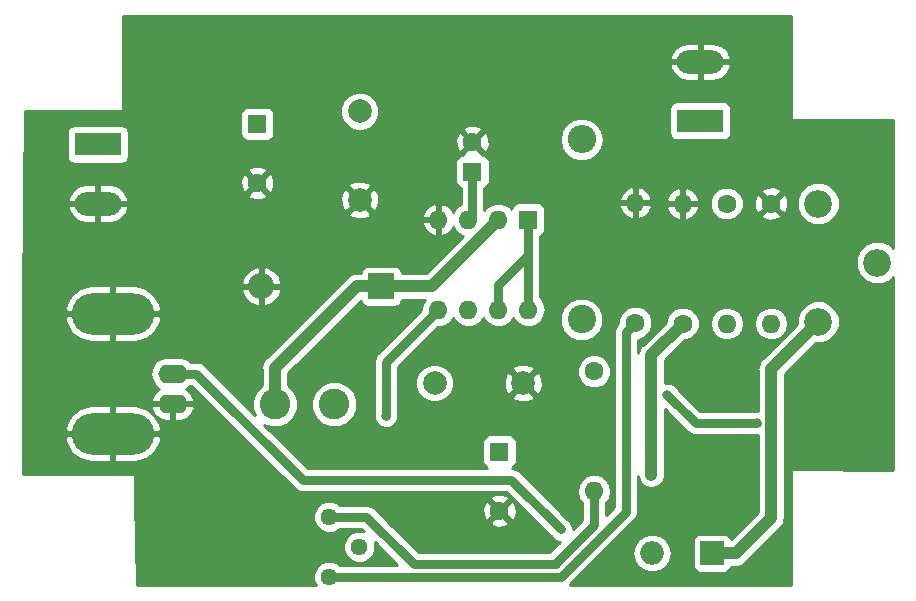
<source format=gbr>
G04 #@! TF.GenerationSoftware,KiCad,Pcbnew,5.0.2-bee76a0~70~ubuntu18.04.1*
G04 #@! TF.CreationDate,2019-07-19T14:17:51+01:00*
G04 #@! TF.ProjectId,led_driver,6c65645f-6472-4697-9665-722e6b696361,rev?*
G04 #@! TF.SameCoordinates,Original*
G04 #@! TF.FileFunction,Copper,L2,Bot*
G04 #@! TF.FilePolarity,Positive*
%FSLAX46Y46*%
G04 Gerber Fmt 4.6, Leading zero omitted, Abs format (unit mm)*
G04 Created by KiCad (PCBNEW 5.0.2-bee76a0~70~ubuntu18.04.1) date Fri 19 Jul 2019 14:17:51 BST*
%MOMM*%
%LPD*%
G01*
G04 APERTURE LIST*
G04 #@! TA.AperFunction,ComponentPad*
%ADD10R,1.600000X1.600000*%
G04 #@! TD*
G04 #@! TA.AperFunction,ComponentPad*
%ADD11C,1.600000*%
G04 #@! TD*
G04 #@! TA.AperFunction,ComponentPad*
%ADD12C,2.000000*%
G04 #@! TD*
G04 #@! TA.AperFunction,ComponentPad*
%ADD13R,2.200000X2.200000*%
G04 #@! TD*
G04 #@! TA.AperFunction,ComponentPad*
%ADD14O,2.200000X2.200000*%
G04 #@! TD*
G04 #@! TA.AperFunction,ComponentPad*
%ADD15O,3.960000X1.980000*%
G04 #@! TD*
G04 #@! TA.AperFunction,ComponentPad*
%ADD16R,3.960000X1.980000*%
G04 #@! TD*
G04 #@! TA.AperFunction,ComponentPad*
%ADD17O,7.000000X3.500000*%
G04 #@! TD*
G04 #@! TA.AperFunction,ComponentPad*
%ADD18O,2.500000X1.600000*%
G04 #@! TD*
G04 #@! TA.AperFunction,ComponentPad*
%ADD19O,1.600000X1.600000*%
G04 #@! TD*
G04 #@! TA.AperFunction,ComponentPad*
%ADD20C,2.340000*%
G04 #@! TD*
G04 #@! TA.AperFunction,ComponentPad*
%ADD21C,2.600000*%
G04 #@! TD*
G04 #@! TA.AperFunction,ComponentPad*
%ADD22C,2.400000*%
G04 #@! TD*
G04 #@! TA.AperFunction,ComponentPad*
%ADD23O,2.400000X2.400000*%
G04 #@! TD*
G04 #@! TA.AperFunction,ComponentPad*
%ADD24R,2.000000X2.000000*%
G04 #@! TD*
G04 #@! TA.AperFunction,ComponentPad*
%ADD25O,2.000000X2.000000*%
G04 #@! TD*
G04 #@! TA.AperFunction,ComponentPad*
%ADD26C,1.440000*%
G04 #@! TD*
G04 #@! TA.AperFunction,ViaPad*
%ADD27C,0.800000*%
G04 #@! TD*
G04 #@! TA.AperFunction,Conductor*
%ADD28C,0.750000*%
G04 #@! TD*
G04 #@! TA.AperFunction,Conductor*
%ADD29C,1.000000*%
G04 #@! TD*
G04 #@! TA.AperFunction,Conductor*
%ADD30C,0.254000*%
G04 #@! TD*
G04 APERTURE END LIST*
D10*
G04 #@! TO.P,C1,1*
G04 #@! TO.N,Net-(C1-Pad1)*
X124714000Y-67296800D03*
D11*
G04 #@! TO.P,C1,2*
G04 #@! TO.N,GND*
X124714000Y-64796800D03*
G04 #@! TD*
D10*
G04 #@! TO.P,C2,1*
G04 #@! TO.N,Net-(C2-Pad1)*
X127000000Y-91000000D03*
D11*
G04 #@! TO.P,C2,2*
G04 #@! TO.N,GND*
X127000000Y-96000000D03*
G04 #@! TD*
D12*
G04 #@! TO.P,C3,1*
G04 #@! TO.N,GND*
X129000000Y-85200000D03*
G04 #@! TO.P,C3,2*
G04 #@! TO.N,Net-(C2-Pad1)*
X121500000Y-85200000D03*
G04 #@! TD*
D11*
G04 #@! TO.P,C4,2*
G04 #@! TO.N,GND*
X106500000Y-68250000D03*
D10*
G04 #@! TO.P,C4,1*
G04 #@! TO.N,VDD*
X106500000Y-63250000D03*
G04 #@! TD*
D12*
G04 #@! TO.P,C5,2*
G04 #@! TO.N,GND*
X115163600Y-69700000D03*
G04 #@! TO.P,C5,1*
G04 #@! TO.N,VDD*
X115163600Y-62200000D03*
G04 #@! TD*
D13*
G04 #@! TO.P,D1,1*
G04 #@! TO.N,Net-(D1-Pad1)*
X117000000Y-77000000D03*
D14*
G04 #@! TO.P,D1,2*
G04 #@! TO.N,GND*
X106840000Y-77000000D03*
G04 #@! TD*
D15*
G04 #@! TO.P,J1,2*
G04 #@! TO.N,GND*
X93000000Y-70000000D03*
D16*
G04 #@! TO.P,J1,1*
G04 #@! TO.N,VDD*
X93000000Y-65000000D03*
G04 #@! TD*
G04 #@! TO.P,J2,1*
G04 #@! TO.N,Net-(J2-Pad1)*
X144000000Y-63000000D03*
D15*
G04 #@! TO.P,J2,2*
G04 #@! TO.N,GND*
X144000000Y-58000000D03*
G04 #@! TD*
D17*
G04 #@! TO.P,J3,2*
G04 #@! TO.N,GND*
X94259400Y-89484200D03*
X94259400Y-79324200D03*
D18*
G04 #@! TO.P,J3,1*
G04 #@! TO.N,Net-(J3-Pad1)*
X99339400Y-84404200D03*
G04 #@! TO.P,J3,2*
G04 #@! TO.N,GND*
X99339400Y-86944200D03*
G04 #@! TD*
D11*
G04 #@! TO.P,R1,1*
G04 #@! TO.N,Net-(R1-Pad1)*
X138500000Y-80098400D03*
D19*
G04 #@! TO.P,R1,2*
G04 #@! TO.N,GND*
X138500000Y-69938400D03*
G04 #@! TD*
G04 #@! TO.P,R3,2*
G04 #@! TO.N,Net-(R3-Pad2)*
X135000000Y-94360000D03*
D11*
G04 #@! TO.P,R3,1*
G04 #@! TO.N,Net-(C2-Pad1)*
X135000000Y-84200000D03*
G04 #@! TD*
G04 #@! TO.P,R4,1*
G04 #@! TO.N,Net-(Q1-Pad5)*
X146250000Y-70000000D03*
D19*
G04 #@! TO.P,R4,2*
G04 #@! TO.N,Net-(C2-Pad1)*
X146250000Y-80160000D03*
G04 #@! TD*
D11*
G04 #@! TO.P,R5,1*
G04 #@! TO.N,GND*
X150000000Y-70000000D03*
D19*
G04 #@! TO.P,R5,2*
G04 #@! TO.N,Net-(J3-Pad1)*
X150000000Y-80160000D03*
G04 #@! TD*
G04 #@! TO.P,R6,2*
G04 #@! TO.N,GND*
X142500000Y-70000000D03*
D11*
G04 #@! TO.P,R6,1*
G04 #@! TO.N,Net-(Q2-Pad5)*
X142500000Y-80160000D03*
G04 #@! TD*
D20*
G04 #@! TO.P,RV2,3*
G04 #@! TO.N,Net-(R7-Pad1)*
X154000000Y-80000000D03*
G04 #@! TO.P,RV2,2*
G04 #@! TO.N,Net-(J2-Pad1)*
X159000000Y-75000000D03*
G04 #@! TO.P,RV2,1*
G04 #@! TO.N,N/C*
X154000000Y-70000000D03*
G04 #@! TD*
D10*
G04 #@! TO.P,U1,1*
G04 #@! TO.N,Net-(R2-Pad2)*
X129438400Y-71360800D03*
D19*
G04 #@! TO.P,U1,5*
G04 #@! TO.N,Net-(RV1-Pad2)*
X121818400Y-78980800D03*
G04 #@! TO.P,U1,2*
G04 #@! TO.N,Net-(D1-Pad1)*
X126898400Y-71360800D03*
G04 #@! TO.P,U1,6*
G04 #@! TO.N,VDD*
X124358400Y-78980800D03*
G04 #@! TO.P,U1,3*
G04 #@! TO.N,Net-(C1-Pad1)*
X124358400Y-71360800D03*
G04 #@! TO.P,U1,7*
G04 #@! TO.N,Net-(R2-Pad2)*
X126898400Y-78980800D03*
G04 #@! TO.P,U1,4*
G04 #@! TO.N,GND*
X121818400Y-71360800D03*
G04 #@! TO.P,U1,8*
G04 #@! TO.N,Net-(R2-Pad2)*
X129438400Y-78980800D03*
G04 #@! TD*
D21*
G04 #@! TO.P,L1,1*
G04 #@! TO.N,Net-(D1-Pad1)*
X108000000Y-87000000D03*
G04 #@! TO.P,L1,2*
G04 #@! TO.N,Net-(C2-Pad1)*
X113000000Y-87000000D03*
G04 #@! TD*
D22*
G04 #@! TO.P,R2,1*
G04 #@! TO.N,VDD*
X133959600Y-79800000D03*
D23*
G04 #@! TO.P,R2,2*
G04 #@! TO.N,Net-(R2-Pad2)*
X133959600Y-64560000D03*
G04 #@! TD*
D24*
G04 #@! TO.P,R7,1*
G04 #@! TO.N,Net-(R7-Pad1)*
X145000000Y-99600000D03*
D25*
G04 #@! TO.P,R7,2*
G04 #@! TO.N,Net-(Q2-Pad5)*
X139920000Y-99600000D03*
G04 #@! TD*
D26*
G04 #@! TO.P,RV1,3*
G04 #@! TO.N,Net-(R3-Pad2)*
X112600000Y-96520000D03*
G04 #@! TO.P,RV1,2*
G04 #@! TO.N,Net-(RV1-Pad2)*
X115140000Y-99060000D03*
G04 #@! TO.P,RV1,1*
G04 #@! TO.N,Net-(R1-Pad1)*
X112600000Y-101600000D03*
G04 #@! TD*
D27*
G04 #@! TO.N,GND*
X156040000Y-83700000D03*
G04 #@! TO.N,Net-(Q1-Pad5)*
X148800000Y-88600000D03*
X141200000Y-86200000D03*
G04 #@! TO.N,Net-(Q2-Pad5)*
X139840000Y-92955000D03*
G04 #@! TO.N,Net-(J3-Pad1)*
X132200000Y-97600000D03*
G04 #@! TO.N,Net-(RV1-Pad2)*
X117400000Y-88000000D03*
G04 #@! TD*
D28*
G04 #@! TO.N,Net-(Q1-Pad5)*
X143600000Y-88600000D02*
X141200000Y-86200000D01*
X148800000Y-88600000D02*
X143600000Y-88600000D01*
D29*
G04 #@! TO.N,Net-(Q2-Pad5)*
X139840000Y-82820000D02*
X142500000Y-80160000D01*
X139840000Y-92955000D02*
X139840000Y-82820000D01*
D28*
G04 #@! TO.N,Net-(C1-Pad1)*
X124714000Y-67296800D02*
X124714000Y-71005200D01*
D29*
G04 #@! TO.N,Net-(D1-Pad1)*
X121259200Y-77000000D02*
X117000000Y-77000000D01*
X126898400Y-71360800D02*
X121259200Y-77000000D01*
X108000000Y-85161523D02*
X108000000Y-87000000D01*
X108000000Y-83900000D02*
X108000000Y-85161523D01*
X114900000Y-77000000D02*
X108000000Y-83900000D01*
X117000000Y-77000000D02*
X114900000Y-77000000D01*
D28*
G04 #@! TO.N,Net-(J3-Pad1)*
X101339400Y-84404200D02*
X110335200Y-93400000D01*
X99339400Y-84404200D02*
X101339400Y-84404200D01*
X110335200Y-93400000D02*
X128000000Y-93400000D01*
X128000000Y-93400000D02*
X132200000Y-97600000D01*
G04 #@! TO.N,Net-(R1-Pad1)*
X137700001Y-96099999D02*
X132200000Y-101600000D01*
X132200000Y-101600000D02*
X112600000Y-101600000D01*
X138500000Y-80098400D02*
X137700001Y-80898399D01*
X137700001Y-80898399D02*
X137700001Y-96099999D01*
G04 #@! TO.N,Net-(R2-Pad2)*
X129438400Y-71360800D02*
X129438400Y-74361600D01*
X126898400Y-76901600D02*
X126898400Y-78980800D01*
X129438400Y-74361600D02*
X126898400Y-76901600D01*
X129438400Y-74361600D02*
X129438400Y-78980800D01*
G04 #@! TO.N,Net-(R3-Pad2)*
X135000000Y-97200000D02*
X135000000Y-94360000D01*
X131765072Y-100434928D02*
X135000000Y-97200000D01*
X131765072Y-100549990D02*
X131765072Y-100434928D01*
X119749990Y-100549990D02*
X131765072Y-100549990D01*
X112600000Y-96520000D02*
X115720000Y-96520000D01*
X115720000Y-96520000D02*
X119749990Y-100549990D01*
D29*
G04 #@! TO.N,Net-(R7-Pad1)*
X147000000Y-99600000D02*
X145000000Y-99600000D01*
X150000000Y-96600000D02*
X147000000Y-99600000D01*
X150000000Y-84000000D02*
X150000000Y-96600000D01*
X154000000Y-80000000D02*
X150000000Y-84000000D01*
D28*
G04 #@! TO.N,Net-(RV1-Pad2)*
X121818400Y-78980800D02*
X117400000Y-83399200D01*
X117400000Y-83399200D02*
X117400000Y-88000000D01*
G04 #@! TD*
D30*
G04 #@! TO.N,GND*
G36*
X151673000Y-62800000D02*
X151682667Y-62848601D01*
X151710197Y-62889803D01*
X151751399Y-62917333D01*
X151800000Y-62927000D01*
X160315000Y-62927000D01*
X160315000Y-73762345D01*
X160022450Y-73469795D01*
X159359037Y-73195000D01*
X158640963Y-73195000D01*
X157977550Y-73469795D01*
X157469795Y-73977550D01*
X157195000Y-74640963D01*
X157195000Y-75359037D01*
X157469795Y-76022450D01*
X157977550Y-76530205D01*
X158640963Y-76805000D01*
X159359037Y-76805000D01*
X160022450Y-76530205D01*
X160315000Y-76237655D01*
X160315001Y-92567603D01*
X151801411Y-92473008D01*
X151751399Y-92482667D01*
X151710197Y-92510197D01*
X151682667Y-92551399D01*
X151673000Y-92600000D01*
X151673000Y-102315000D01*
X132936968Y-102315000D01*
X132984518Y-102243837D01*
X135628355Y-99600000D01*
X138252969Y-99600000D01*
X138379864Y-100237945D01*
X138741231Y-100778769D01*
X139282055Y-101140136D01*
X139758969Y-101235000D01*
X140081031Y-101235000D01*
X140557945Y-101140136D01*
X141098769Y-100778769D01*
X141460136Y-100237945D01*
X141587031Y-99600000D01*
X141460136Y-98962055D01*
X141098769Y-98421231D01*
X140557945Y-98059864D01*
X140081031Y-97965000D01*
X139758969Y-97965000D01*
X139282055Y-98059864D01*
X138741231Y-98421231D01*
X138379864Y-98962055D01*
X138252969Y-99600000D01*
X135628355Y-99600000D01*
X138343838Y-96884517D01*
X138428170Y-96828168D01*
X138651400Y-96494081D01*
X138710001Y-96199475D01*
X138710001Y-96199471D01*
X138729787Y-96100000D01*
X138710001Y-96000529D01*
X138710001Y-93091924D01*
X138770854Y-93397854D01*
X139021711Y-93773289D01*
X139397145Y-94024146D01*
X139840000Y-94112235D01*
X140282854Y-94024146D01*
X140658289Y-93773289D01*
X140909146Y-93397855D01*
X140975000Y-93066783D01*
X140975000Y-87403355D01*
X142815484Y-89243840D01*
X142871831Y-89328169D01*
X142956160Y-89384516D01*
X142956162Y-89384518D01*
X143205917Y-89551399D01*
X143267115Y-89563572D01*
X143500524Y-89610000D01*
X143500528Y-89610000D01*
X143600000Y-89629786D01*
X143699472Y-89610000D01*
X148533771Y-89610000D01*
X148594126Y-89635000D01*
X148865000Y-89635000D01*
X148865001Y-96129867D01*
X146605536Y-98389333D01*
X146598157Y-98352235D01*
X146457809Y-98142191D01*
X146247765Y-98001843D01*
X146000000Y-97952560D01*
X144000000Y-97952560D01*
X143752235Y-98001843D01*
X143542191Y-98142191D01*
X143401843Y-98352235D01*
X143352560Y-98600000D01*
X143352560Y-100600000D01*
X143401843Y-100847765D01*
X143542191Y-101057809D01*
X143752235Y-101198157D01*
X144000000Y-101247440D01*
X146000000Y-101247440D01*
X146247765Y-101198157D01*
X146457809Y-101057809D01*
X146598157Y-100847765D01*
X146620587Y-100735000D01*
X146888217Y-100735000D01*
X147000000Y-100757235D01*
X147111783Y-100735000D01*
X147442855Y-100669146D01*
X147818289Y-100418289D01*
X147881613Y-100323518D01*
X150723521Y-97481611D01*
X150818289Y-97418289D01*
X151069146Y-97042855D01*
X151111850Y-96828168D01*
X151157235Y-96600000D01*
X151135000Y-96488217D01*
X151135000Y-84470131D01*
X153800132Y-81805000D01*
X154359037Y-81805000D01*
X155022450Y-81530205D01*
X155530205Y-81022450D01*
X155805000Y-80359037D01*
X155805000Y-79640963D01*
X155530205Y-78977550D01*
X155022450Y-78469795D01*
X154359037Y-78195000D01*
X153640963Y-78195000D01*
X152977550Y-78469795D01*
X152469795Y-78977550D01*
X152195000Y-79640963D01*
X152195000Y-80199868D01*
X149276482Y-83118387D01*
X149181711Y-83181711D01*
X148997672Y-83457146D01*
X148930854Y-83557146D01*
X148842765Y-84000000D01*
X148865000Y-84111783D01*
X148865000Y-87565000D01*
X148594126Y-87565000D01*
X148533771Y-87590000D01*
X144018356Y-87590000D01*
X142102431Y-85674076D01*
X142077431Y-85613720D01*
X141786280Y-85322569D01*
X141405874Y-85165000D01*
X140994126Y-85165000D01*
X140975000Y-85172922D01*
X140975000Y-83290131D01*
X142670132Y-81595000D01*
X142785439Y-81595000D01*
X143312862Y-81376534D01*
X143716534Y-80972862D01*
X143935000Y-80445439D01*
X143935000Y-80160000D01*
X144786887Y-80160000D01*
X144898260Y-80719909D01*
X145215423Y-81194577D01*
X145690091Y-81511740D01*
X146108667Y-81595000D01*
X146391333Y-81595000D01*
X146809909Y-81511740D01*
X147284577Y-81194577D01*
X147601740Y-80719909D01*
X147713113Y-80160000D01*
X148536887Y-80160000D01*
X148648260Y-80719909D01*
X148965423Y-81194577D01*
X149440091Y-81511740D01*
X149858667Y-81595000D01*
X150141333Y-81595000D01*
X150559909Y-81511740D01*
X151034577Y-81194577D01*
X151351740Y-80719909D01*
X151463113Y-80160000D01*
X151351740Y-79600091D01*
X151034577Y-79125423D01*
X150559909Y-78808260D01*
X150141333Y-78725000D01*
X149858667Y-78725000D01*
X149440091Y-78808260D01*
X148965423Y-79125423D01*
X148648260Y-79600091D01*
X148536887Y-80160000D01*
X147713113Y-80160000D01*
X147601740Y-79600091D01*
X147284577Y-79125423D01*
X146809909Y-78808260D01*
X146391333Y-78725000D01*
X146108667Y-78725000D01*
X145690091Y-78808260D01*
X145215423Y-79125423D01*
X144898260Y-79600091D01*
X144786887Y-80160000D01*
X143935000Y-80160000D01*
X143935000Y-79874561D01*
X143716534Y-79347138D01*
X143312862Y-78943466D01*
X142785439Y-78725000D01*
X142214561Y-78725000D01*
X141687138Y-78943466D01*
X141283466Y-79347138D01*
X141065000Y-79874561D01*
X141065000Y-79989868D01*
X139116480Y-81938389D01*
X139021712Y-82001711D01*
X138836085Y-82279522D01*
X138770854Y-82377146D01*
X138710001Y-82683075D01*
X138710001Y-81533400D01*
X138785439Y-81533400D01*
X139312862Y-81314934D01*
X139716534Y-80911262D01*
X139935000Y-80383839D01*
X139935000Y-79812961D01*
X139716534Y-79285538D01*
X139312862Y-78881866D01*
X138785439Y-78663400D01*
X138214561Y-78663400D01*
X137687138Y-78881866D01*
X137283466Y-79285538D01*
X137065000Y-79812961D01*
X137065000Y-80105045D01*
X137056163Y-80113882D01*
X136971832Y-80170230D01*
X136748602Y-80504318D01*
X136690001Y-80798924D01*
X136690001Y-80798928D01*
X136670215Y-80898399D01*
X136690001Y-80997870D01*
X136690002Y-95681643D01*
X136010000Y-96361645D01*
X136010000Y-95410999D01*
X136034577Y-95394577D01*
X136351740Y-94919909D01*
X136463113Y-94360000D01*
X136351740Y-93800091D01*
X136034577Y-93325423D01*
X135559909Y-93008260D01*
X135141333Y-92925000D01*
X134858667Y-92925000D01*
X134440091Y-93008260D01*
X133965423Y-93325423D01*
X133648260Y-93800091D01*
X133536887Y-94360000D01*
X133648260Y-94919909D01*
X133965423Y-95394577D01*
X133990001Y-95410999D01*
X133990000Y-96781645D01*
X133235000Y-97536645D01*
X133235000Y-97394126D01*
X133077431Y-97013720D01*
X132786280Y-96722569D01*
X132725925Y-96697569D01*
X128784517Y-92756162D01*
X128728169Y-92671831D01*
X128394082Y-92448601D01*
X128099476Y-92390000D01*
X128099471Y-92390000D01*
X128069034Y-92383946D01*
X128257809Y-92257809D01*
X128398157Y-92047765D01*
X128447440Y-91800000D01*
X128447440Y-90200000D01*
X128398157Y-89952235D01*
X128257809Y-89742191D01*
X128047765Y-89601843D01*
X127800000Y-89552560D01*
X126200000Y-89552560D01*
X125952235Y-89601843D01*
X125742191Y-89742191D01*
X125601843Y-89952235D01*
X125552560Y-90200000D01*
X125552560Y-91800000D01*
X125601843Y-92047765D01*
X125742191Y-92257809D01*
X125940027Y-92390000D01*
X110753555Y-92390000D01*
X107074721Y-88711166D01*
X107615105Y-88935000D01*
X108384895Y-88935000D01*
X109096090Y-88640414D01*
X109640414Y-88096090D01*
X109935000Y-87384895D01*
X109935000Y-86615105D01*
X111065000Y-86615105D01*
X111065000Y-87384895D01*
X111359586Y-88096090D01*
X111903910Y-88640414D01*
X112615105Y-88935000D01*
X113384895Y-88935000D01*
X114096090Y-88640414D01*
X114640414Y-88096090D01*
X114935000Y-87384895D01*
X114935000Y-86615105D01*
X114640414Y-85903910D01*
X114096090Y-85359586D01*
X113384895Y-85065000D01*
X112615105Y-85065000D01*
X111903910Y-85359586D01*
X111359586Y-85903910D01*
X111065000Y-86615105D01*
X109935000Y-86615105D01*
X109640414Y-85903910D01*
X109135000Y-85398496D01*
X109135000Y-84370131D01*
X115277873Y-78227260D01*
X115301843Y-78347765D01*
X115442191Y-78557809D01*
X115652235Y-78698157D01*
X115900000Y-78747440D01*
X118100000Y-78747440D01*
X118347765Y-78698157D01*
X118557809Y-78557809D01*
X118698157Y-78347765D01*
X118740478Y-78135000D01*
X120657686Y-78135000D01*
X120466660Y-78420891D01*
X120355287Y-78980800D01*
X120361054Y-79009791D01*
X116756163Y-82614682D01*
X116671831Y-82671031D01*
X116448601Y-83005119D01*
X116390000Y-83299725D01*
X116390000Y-83299729D01*
X116370214Y-83399200D01*
X116390000Y-83498671D01*
X116390001Y-87733768D01*
X116365000Y-87794126D01*
X116365000Y-88205874D01*
X116522569Y-88586280D01*
X116813720Y-88877431D01*
X117194126Y-89035000D01*
X117605874Y-89035000D01*
X117986280Y-88877431D01*
X118277431Y-88586280D01*
X118435000Y-88205874D01*
X118435000Y-87794126D01*
X118410000Y-87733771D01*
X118410000Y-84874778D01*
X119865000Y-84874778D01*
X119865000Y-85525222D01*
X120113914Y-86126153D01*
X120573847Y-86586086D01*
X121174778Y-86835000D01*
X121825222Y-86835000D01*
X122426153Y-86586086D01*
X122659707Y-86352532D01*
X128027073Y-86352532D01*
X128125736Y-86619387D01*
X128735461Y-86845908D01*
X129385460Y-86821856D01*
X129874264Y-86619387D01*
X129972927Y-86352532D01*
X129000000Y-85379605D01*
X128027073Y-86352532D01*
X122659707Y-86352532D01*
X122886086Y-86126153D01*
X123135000Y-85525222D01*
X123135000Y-84935461D01*
X127354092Y-84935461D01*
X127378144Y-85585460D01*
X127580613Y-86074264D01*
X127847468Y-86172927D01*
X128820395Y-85200000D01*
X129179605Y-85200000D01*
X130152532Y-86172927D01*
X130419387Y-86074264D01*
X130645908Y-85464539D01*
X130621856Y-84814540D01*
X130419387Y-84325736D01*
X130152532Y-84227073D01*
X129179605Y-85200000D01*
X128820395Y-85200000D01*
X127847468Y-84227073D01*
X127580613Y-84325736D01*
X127354092Y-84935461D01*
X123135000Y-84935461D01*
X123135000Y-84874778D01*
X122886086Y-84273847D01*
X122659707Y-84047468D01*
X128027073Y-84047468D01*
X129000000Y-85020395D01*
X129972927Y-84047468D01*
X129923788Y-83914561D01*
X133565000Y-83914561D01*
X133565000Y-84485439D01*
X133783466Y-85012862D01*
X134187138Y-85416534D01*
X134714561Y-85635000D01*
X135285439Y-85635000D01*
X135812862Y-85416534D01*
X136216534Y-85012862D01*
X136435000Y-84485439D01*
X136435000Y-83914561D01*
X136216534Y-83387138D01*
X135812862Y-82983466D01*
X135285439Y-82765000D01*
X134714561Y-82765000D01*
X134187138Y-82983466D01*
X133783466Y-83387138D01*
X133565000Y-83914561D01*
X129923788Y-83914561D01*
X129874264Y-83780613D01*
X129264539Y-83554092D01*
X128614540Y-83578144D01*
X128125736Y-83780613D01*
X128027073Y-84047468D01*
X122659707Y-84047468D01*
X122426153Y-83813914D01*
X121825222Y-83565000D01*
X121174778Y-83565000D01*
X120573847Y-83813914D01*
X120113914Y-84273847D01*
X119865000Y-84874778D01*
X118410000Y-84874778D01*
X118410000Y-83817555D01*
X121811755Y-80415800D01*
X121959733Y-80415800D01*
X122378309Y-80332540D01*
X122852977Y-80015377D01*
X123088400Y-79663042D01*
X123323823Y-80015377D01*
X123798491Y-80332540D01*
X124217067Y-80415800D01*
X124499733Y-80415800D01*
X124918309Y-80332540D01*
X125392977Y-80015377D01*
X125628400Y-79663042D01*
X125863823Y-80015377D01*
X126338491Y-80332540D01*
X126757067Y-80415800D01*
X127039733Y-80415800D01*
X127458309Y-80332540D01*
X127932977Y-80015377D01*
X128168400Y-79663042D01*
X128403823Y-80015377D01*
X128878491Y-80332540D01*
X129297067Y-80415800D01*
X129579733Y-80415800D01*
X129998309Y-80332540D01*
X130472977Y-80015377D01*
X130790140Y-79540709D01*
X130811167Y-79434996D01*
X132124600Y-79434996D01*
X132124600Y-80165004D01*
X132403962Y-80839444D01*
X132920156Y-81355638D01*
X133594596Y-81635000D01*
X134324604Y-81635000D01*
X134999044Y-81355638D01*
X135515238Y-80839444D01*
X135794600Y-80165004D01*
X135794600Y-79434996D01*
X135515238Y-78760556D01*
X134999044Y-78244362D01*
X134324604Y-77965000D01*
X133594596Y-77965000D01*
X132920156Y-78244362D01*
X132403962Y-78760556D01*
X132124600Y-79434996D01*
X130811167Y-79434996D01*
X130901513Y-78980800D01*
X130790140Y-78420891D01*
X130472977Y-77946223D01*
X130448400Y-77929801D01*
X130448400Y-74461072D01*
X130468186Y-74361601D01*
X130448400Y-74262130D01*
X130448400Y-72766469D01*
X130486165Y-72758957D01*
X130696209Y-72618609D01*
X130836557Y-72408565D01*
X130885840Y-72160800D01*
X130885840Y-70560800D01*
X130836557Y-70313035D01*
X130819456Y-70287441D01*
X137108086Y-70287441D01*
X137347611Y-70793534D01*
X137762577Y-71169441D01*
X138150961Y-71330304D01*
X138373000Y-71208315D01*
X138373000Y-70065400D01*
X138627000Y-70065400D01*
X138627000Y-71208315D01*
X138849039Y-71330304D01*
X139237423Y-71169441D01*
X139652389Y-70793534D01*
X139862759Y-70349041D01*
X141108086Y-70349041D01*
X141347611Y-70855134D01*
X141762577Y-71231041D01*
X142150961Y-71391904D01*
X142373000Y-71269915D01*
X142373000Y-70127000D01*
X142627000Y-70127000D01*
X142627000Y-71269915D01*
X142849039Y-71391904D01*
X143237423Y-71231041D01*
X143652389Y-70855134D01*
X143891914Y-70349041D01*
X143770629Y-70127000D01*
X142627000Y-70127000D01*
X142373000Y-70127000D01*
X141229371Y-70127000D01*
X141108086Y-70349041D01*
X139862759Y-70349041D01*
X139891914Y-70287441D01*
X139770629Y-70065400D01*
X138627000Y-70065400D01*
X138373000Y-70065400D01*
X137229371Y-70065400D01*
X137108086Y-70287441D01*
X130819456Y-70287441D01*
X130696209Y-70102991D01*
X130486165Y-69962643D01*
X130238400Y-69913360D01*
X128638400Y-69913360D01*
X128390635Y-69962643D01*
X128180591Y-70102991D01*
X128040243Y-70313035D01*
X128013615Y-70446906D01*
X127932977Y-70326223D01*
X127458309Y-70009060D01*
X127039733Y-69925800D01*
X126757067Y-69925800D01*
X126338491Y-70009060D01*
X125863823Y-70326223D01*
X125724000Y-70535483D01*
X125724000Y-69589359D01*
X137108086Y-69589359D01*
X137229371Y-69811400D01*
X138373000Y-69811400D01*
X138373000Y-68668485D01*
X138627000Y-68668485D01*
X138627000Y-69811400D01*
X139770629Y-69811400D01*
X139858266Y-69650959D01*
X141108086Y-69650959D01*
X141229371Y-69873000D01*
X142373000Y-69873000D01*
X142373000Y-68730085D01*
X142627000Y-68730085D01*
X142627000Y-69873000D01*
X143770629Y-69873000D01*
X143857172Y-69714561D01*
X144815000Y-69714561D01*
X144815000Y-70285439D01*
X145033466Y-70812862D01*
X145437138Y-71216534D01*
X145964561Y-71435000D01*
X146535439Y-71435000D01*
X147062862Y-71216534D01*
X147271651Y-71007745D01*
X149171861Y-71007745D01*
X149245995Y-71253864D01*
X149783223Y-71446965D01*
X150353454Y-71419778D01*
X150754005Y-71253864D01*
X150828139Y-71007745D01*
X150000000Y-70179605D01*
X149171861Y-71007745D01*
X147271651Y-71007745D01*
X147466534Y-70812862D01*
X147685000Y-70285439D01*
X147685000Y-69783223D01*
X148553035Y-69783223D01*
X148580222Y-70353454D01*
X148746136Y-70754005D01*
X148992255Y-70828139D01*
X149820395Y-70000000D01*
X150179605Y-70000000D01*
X151007745Y-70828139D01*
X151253864Y-70754005D01*
X151446965Y-70216777D01*
X151419778Y-69646546D01*
X151417466Y-69640963D01*
X152195000Y-69640963D01*
X152195000Y-70359037D01*
X152469795Y-71022450D01*
X152977550Y-71530205D01*
X153640963Y-71805000D01*
X154359037Y-71805000D01*
X155022450Y-71530205D01*
X155530205Y-71022450D01*
X155805000Y-70359037D01*
X155805000Y-69640963D01*
X155530205Y-68977550D01*
X155022450Y-68469795D01*
X154359037Y-68195000D01*
X153640963Y-68195000D01*
X152977550Y-68469795D01*
X152469795Y-68977550D01*
X152195000Y-69640963D01*
X151417466Y-69640963D01*
X151253864Y-69245995D01*
X151007745Y-69171861D01*
X150179605Y-70000000D01*
X149820395Y-70000000D01*
X148992255Y-69171861D01*
X148746136Y-69245995D01*
X148553035Y-69783223D01*
X147685000Y-69783223D01*
X147685000Y-69714561D01*
X147466534Y-69187138D01*
X147271651Y-68992255D01*
X149171861Y-68992255D01*
X150000000Y-69820395D01*
X150828139Y-68992255D01*
X150754005Y-68746136D01*
X150216777Y-68553035D01*
X149646546Y-68580222D01*
X149245995Y-68746136D01*
X149171861Y-68992255D01*
X147271651Y-68992255D01*
X147062862Y-68783466D01*
X146535439Y-68565000D01*
X145964561Y-68565000D01*
X145437138Y-68783466D01*
X145033466Y-69187138D01*
X144815000Y-69714561D01*
X143857172Y-69714561D01*
X143891914Y-69650959D01*
X143652389Y-69144866D01*
X143237423Y-68768959D01*
X142849039Y-68608096D01*
X142627000Y-68730085D01*
X142373000Y-68730085D01*
X142150961Y-68608096D01*
X141762577Y-68768959D01*
X141347611Y-69144866D01*
X141108086Y-69650959D01*
X139858266Y-69650959D01*
X139891914Y-69589359D01*
X139652389Y-69083266D01*
X139237423Y-68707359D01*
X138849039Y-68546496D01*
X138627000Y-68668485D01*
X138373000Y-68668485D01*
X138150961Y-68546496D01*
X137762577Y-68707359D01*
X137347611Y-69083266D01*
X137108086Y-69589359D01*
X125724000Y-69589359D01*
X125724000Y-68702469D01*
X125761765Y-68694957D01*
X125971809Y-68554609D01*
X126112157Y-68344565D01*
X126161440Y-68096800D01*
X126161440Y-66496800D01*
X126112157Y-66249035D01*
X125971809Y-66038991D01*
X125761765Y-65898643D01*
X125527813Y-65852107D01*
X125542139Y-65804545D01*
X124714000Y-64976405D01*
X123885861Y-65804545D01*
X123900187Y-65852107D01*
X123666235Y-65898643D01*
X123456191Y-66038991D01*
X123315843Y-66249035D01*
X123266560Y-66496800D01*
X123266560Y-68096800D01*
X123315843Y-68344565D01*
X123456191Y-68554609D01*
X123666235Y-68694957D01*
X123704000Y-68702469D01*
X123704001Y-70072196D01*
X123323823Y-70326223D01*
X123067453Y-70709908D01*
X122970789Y-70505666D01*
X122555823Y-70129759D01*
X122167439Y-69968896D01*
X121945400Y-70090885D01*
X121945400Y-71233800D01*
X121965400Y-71233800D01*
X121965400Y-71487800D01*
X121945400Y-71487800D01*
X121945400Y-72630715D01*
X122167439Y-72752704D01*
X122555823Y-72591841D01*
X122970789Y-72215934D01*
X123067453Y-72011692D01*
X123323823Y-72395377D01*
X123798491Y-72712540D01*
X123917797Y-72736271D01*
X120789069Y-75865000D01*
X118740478Y-75865000D01*
X118698157Y-75652235D01*
X118557809Y-75442191D01*
X118347765Y-75301843D01*
X118100000Y-75252560D01*
X115900000Y-75252560D01*
X115652235Y-75301843D01*
X115442191Y-75442191D01*
X115301843Y-75652235D01*
X115259522Y-75865000D01*
X115011783Y-75865000D01*
X114900000Y-75842765D01*
X114612259Y-75900000D01*
X114457145Y-75930854D01*
X114081711Y-76181711D01*
X114018391Y-76276476D01*
X107276482Y-83018387D01*
X107181711Y-83081711D01*
X106989335Y-83369623D01*
X106930854Y-83457146D01*
X106842765Y-83900000D01*
X106865000Y-84011783D01*
X106865000Y-85398496D01*
X106359586Y-85903910D01*
X106065000Y-86615105D01*
X106065000Y-87384895D01*
X106288834Y-87925279D01*
X102123918Y-83760363D01*
X102067569Y-83676031D01*
X101733482Y-83452801D01*
X101438876Y-83394200D01*
X101438871Y-83394200D01*
X101339400Y-83374414D01*
X101239929Y-83394200D01*
X100840399Y-83394200D01*
X100823977Y-83369623D01*
X100349309Y-83052460D01*
X99930733Y-82969200D01*
X98748067Y-82969200D01*
X98329491Y-83052460D01*
X97854823Y-83369623D01*
X97537660Y-83844291D01*
X97426287Y-84404200D01*
X97537660Y-84964109D01*
X97854823Y-85438777D01*
X98210899Y-85676699D01*
X97784900Y-86019304D01*
X97515033Y-86512381D01*
X97497496Y-86595161D01*
X97619485Y-86817200D01*
X99212400Y-86817200D01*
X99212400Y-86797200D01*
X99466400Y-86797200D01*
X99466400Y-86817200D01*
X101059315Y-86817200D01*
X101181304Y-86595161D01*
X101163767Y-86512381D01*
X100893900Y-86019304D01*
X100467901Y-85676699D01*
X100823977Y-85438777D01*
X100840399Y-85414200D01*
X100921045Y-85414200D01*
X109550682Y-94043837D01*
X109607031Y-94128169D01*
X109941118Y-94351399D01*
X110235724Y-94410000D01*
X110235728Y-94410000D01*
X110335199Y-94429786D01*
X110434670Y-94410000D01*
X127581645Y-94410000D01*
X131297569Y-98125925D01*
X131322569Y-98186280D01*
X131613720Y-98477431D01*
X131994126Y-98635000D01*
X132136645Y-98635000D01*
X131231655Y-99539990D01*
X120168346Y-99539990D01*
X117636101Y-97007745D01*
X126171861Y-97007745D01*
X126245995Y-97253864D01*
X126783223Y-97446965D01*
X127353454Y-97419778D01*
X127754005Y-97253864D01*
X127828139Y-97007745D01*
X127000000Y-96179605D01*
X126171861Y-97007745D01*
X117636101Y-97007745D01*
X116504518Y-95876163D01*
X116448169Y-95791831D01*
X116435287Y-95783223D01*
X125553035Y-95783223D01*
X125580222Y-96353454D01*
X125746136Y-96754005D01*
X125992255Y-96828139D01*
X126820395Y-96000000D01*
X127179605Y-96000000D01*
X128007745Y-96828139D01*
X128253864Y-96754005D01*
X128446965Y-96216777D01*
X128419778Y-95646546D01*
X128253864Y-95245995D01*
X128007745Y-95171861D01*
X127179605Y-96000000D01*
X126820395Y-96000000D01*
X125992255Y-95171861D01*
X125746136Y-95245995D01*
X125553035Y-95783223D01*
X116435287Y-95783223D01*
X116114082Y-95568601D01*
X115819476Y-95510000D01*
X115819471Y-95510000D01*
X115720000Y-95490214D01*
X115620529Y-95510000D01*
X113506260Y-95510000D01*
X113367546Y-95371286D01*
X112869526Y-95165000D01*
X112330474Y-95165000D01*
X111832454Y-95371286D01*
X111451286Y-95752454D01*
X111245000Y-96250474D01*
X111245000Y-96789526D01*
X111451286Y-97287546D01*
X111832454Y-97668714D01*
X112330474Y-97875000D01*
X112869526Y-97875000D01*
X113367546Y-97668714D01*
X113506260Y-97530000D01*
X115301645Y-97530000D01*
X115524105Y-97752460D01*
X115409526Y-97705000D01*
X114870474Y-97705000D01*
X114372454Y-97911286D01*
X113991286Y-98292454D01*
X113785000Y-98790474D01*
X113785000Y-99329526D01*
X113991286Y-99827546D01*
X114372454Y-100208714D01*
X114870474Y-100415000D01*
X115409526Y-100415000D01*
X115907546Y-100208714D01*
X116288714Y-99827546D01*
X116495000Y-99329526D01*
X116495000Y-98790474D01*
X116447540Y-98675896D01*
X118361644Y-100590000D01*
X113506260Y-100590000D01*
X113367546Y-100451286D01*
X112869526Y-100245000D01*
X112330474Y-100245000D01*
X111832454Y-100451286D01*
X111451286Y-100832454D01*
X111245000Y-101330474D01*
X111245000Y-101869526D01*
X111429521Y-102315000D01*
X96321090Y-102315000D01*
X96168533Y-94992255D01*
X126171861Y-94992255D01*
X127000000Y-95820395D01*
X127828139Y-94992255D01*
X127754005Y-94746136D01*
X127216777Y-94553035D01*
X126646546Y-94580222D01*
X126245995Y-94746136D01*
X126171861Y-94992255D01*
X96168533Y-94992255D01*
X96126972Y-92997355D01*
X96117333Y-92951399D01*
X96089803Y-92910197D01*
X96048601Y-92882667D01*
X96000000Y-92873000D01*
X86685000Y-92873000D01*
X86685000Y-89982203D01*
X90176973Y-89982203D01*
X90257346Y-90279567D01*
X90733147Y-91080847D01*
X91479367Y-91639052D01*
X92382400Y-91869200D01*
X94132400Y-91869200D01*
X94132400Y-89611200D01*
X94386400Y-89611200D01*
X94386400Y-91869200D01*
X96136400Y-91869200D01*
X97039433Y-91639052D01*
X97785653Y-91080847D01*
X98261454Y-90279567D01*
X98341827Y-89982203D01*
X98232025Y-89611200D01*
X94386400Y-89611200D01*
X94132400Y-89611200D01*
X90286775Y-89611200D01*
X90176973Y-89982203D01*
X86685000Y-89982203D01*
X86685000Y-88986197D01*
X90176973Y-88986197D01*
X90286775Y-89357200D01*
X94132400Y-89357200D01*
X94132400Y-87099200D01*
X94386400Y-87099200D01*
X94386400Y-89357200D01*
X98232025Y-89357200D01*
X98341827Y-88986197D01*
X98261454Y-88688833D01*
X97785653Y-87887553D01*
X97039433Y-87329348D01*
X96897752Y-87293239D01*
X97497496Y-87293239D01*
X97515033Y-87376019D01*
X97784900Y-87869096D01*
X98222917Y-88221366D01*
X98762400Y-88379200D01*
X99212400Y-88379200D01*
X99212400Y-87071200D01*
X99466400Y-87071200D01*
X99466400Y-88379200D01*
X99916400Y-88379200D01*
X100455883Y-88221366D01*
X100893900Y-87869096D01*
X101163767Y-87376019D01*
X101181304Y-87293239D01*
X101059315Y-87071200D01*
X99466400Y-87071200D01*
X99212400Y-87071200D01*
X97619485Y-87071200D01*
X97497496Y-87293239D01*
X96897752Y-87293239D01*
X96136400Y-87099200D01*
X94386400Y-87099200D01*
X94132400Y-87099200D01*
X92382400Y-87099200D01*
X91479367Y-87329348D01*
X90733147Y-87887553D01*
X90257346Y-88688833D01*
X90176973Y-88986197D01*
X86685000Y-88986197D01*
X86685000Y-79822203D01*
X90176973Y-79822203D01*
X90257346Y-80119567D01*
X90733147Y-80920847D01*
X91479367Y-81479052D01*
X92382400Y-81709200D01*
X94132400Y-81709200D01*
X94132400Y-79451200D01*
X94386400Y-79451200D01*
X94386400Y-81709200D01*
X96136400Y-81709200D01*
X97039433Y-81479052D01*
X97785653Y-80920847D01*
X98261454Y-80119567D01*
X98341827Y-79822203D01*
X98232025Y-79451200D01*
X94386400Y-79451200D01*
X94132400Y-79451200D01*
X90286775Y-79451200D01*
X90176973Y-79822203D01*
X86685000Y-79822203D01*
X86685000Y-78826197D01*
X90176973Y-78826197D01*
X90286775Y-79197200D01*
X94132400Y-79197200D01*
X94132400Y-76939200D01*
X94386400Y-76939200D01*
X94386400Y-79197200D01*
X98232025Y-79197200D01*
X98341827Y-78826197D01*
X98261454Y-78528833D01*
X97785653Y-77727553D01*
X97342590Y-77396122D01*
X105150825Y-77396122D01*
X105365466Y-77914332D01*
X105827608Y-78409012D01*
X106443877Y-78689183D01*
X106713000Y-78571604D01*
X106713000Y-77127000D01*
X106967000Y-77127000D01*
X106967000Y-78571604D01*
X107236123Y-78689183D01*
X107852392Y-78409012D01*
X108314534Y-77914332D01*
X108529175Y-77396122D01*
X108411125Y-77127000D01*
X106967000Y-77127000D01*
X106713000Y-77127000D01*
X105268875Y-77127000D01*
X105150825Y-77396122D01*
X97342590Y-77396122D01*
X97039433Y-77169348D01*
X96136400Y-76939200D01*
X94386400Y-76939200D01*
X94132400Y-76939200D01*
X92382400Y-76939200D01*
X91479367Y-77169348D01*
X90733147Y-77727553D01*
X90257346Y-78528833D01*
X90176973Y-78826197D01*
X86685000Y-78826197D01*
X86685000Y-76714714D01*
X86685936Y-76603878D01*
X105150825Y-76603878D01*
X105268875Y-76873000D01*
X106713000Y-76873000D01*
X106713000Y-75428396D01*
X106967000Y-75428396D01*
X106967000Y-76873000D01*
X108411125Y-76873000D01*
X108529175Y-76603878D01*
X108314534Y-76085668D01*
X107852392Y-75590988D01*
X107236123Y-75310817D01*
X106967000Y-75428396D01*
X106713000Y-75428396D01*
X106443877Y-75310817D01*
X105827608Y-75590988D01*
X105365466Y-76085668D01*
X105150825Y-76603878D01*
X86685936Y-76603878D01*
X86727304Y-71709841D01*
X120426486Y-71709841D01*
X120666011Y-72215934D01*
X121080977Y-72591841D01*
X121469361Y-72752704D01*
X121691400Y-72630715D01*
X121691400Y-71487800D01*
X120547771Y-71487800D01*
X120426486Y-71709841D01*
X86727304Y-71709841D01*
X86738555Y-70378865D01*
X90429782Y-70378865D01*
X90460095Y-70504528D01*
X90771149Y-71059246D01*
X91270807Y-71452703D01*
X91883000Y-71625000D01*
X92873000Y-71625000D01*
X92873000Y-70127000D01*
X93127000Y-70127000D01*
X93127000Y-71625000D01*
X94117000Y-71625000D01*
X94729193Y-71452703D01*
X95228851Y-71059246D01*
X95344764Y-70852532D01*
X114190673Y-70852532D01*
X114289336Y-71119387D01*
X114899061Y-71345908D01*
X115549060Y-71321856D01*
X116037864Y-71119387D01*
X116077656Y-71011759D01*
X120426486Y-71011759D01*
X120547771Y-71233800D01*
X121691400Y-71233800D01*
X121691400Y-70090885D01*
X121469361Y-69968896D01*
X121080977Y-70129759D01*
X120666011Y-70505666D01*
X120426486Y-71011759D01*
X116077656Y-71011759D01*
X116136527Y-70852532D01*
X115163600Y-69879605D01*
X114190673Y-70852532D01*
X95344764Y-70852532D01*
X95539905Y-70504528D01*
X95570218Y-70378865D01*
X95450740Y-70127000D01*
X93127000Y-70127000D01*
X92873000Y-70127000D01*
X90549260Y-70127000D01*
X90429782Y-70378865D01*
X86738555Y-70378865D01*
X86744960Y-69621135D01*
X90429782Y-69621135D01*
X90549260Y-69873000D01*
X92873000Y-69873000D01*
X92873000Y-68375000D01*
X93127000Y-68375000D01*
X93127000Y-69873000D01*
X95450740Y-69873000D01*
X95570218Y-69621135D01*
X95539905Y-69495472D01*
X95406602Y-69257745D01*
X105671861Y-69257745D01*
X105745995Y-69503864D01*
X106283223Y-69696965D01*
X106853454Y-69669778D01*
X107254005Y-69503864D01*
X107274608Y-69435461D01*
X113517692Y-69435461D01*
X113541744Y-70085460D01*
X113744213Y-70574264D01*
X114011068Y-70672927D01*
X114983995Y-69700000D01*
X115343205Y-69700000D01*
X116316132Y-70672927D01*
X116582987Y-70574264D01*
X116809508Y-69964539D01*
X116785456Y-69314540D01*
X116582987Y-68825736D01*
X116316132Y-68727073D01*
X115343205Y-69700000D01*
X114983995Y-69700000D01*
X114011068Y-68727073D01*
X113744213Y-68825736D01*
X113517692Y-69435461D01*
X107274608Y-69435461D01*
X107328139Y-69257745D01*
X106500000Y-68429605D01*
X105671861Y-69257745D01*
X95406602Y-69257745D01*
X95228851Y-68940754D01*
X94729193Y-68547297D01*
X94117000Y-68375000D01*
X93127000Y-68375000D01*
X92873000Y-68375000D01*
X91883000Y-68375000D01*
X91270807Y-68547297D01*
X90771149Y-68940754D01*
X90460095Y-69495472D01*
X90429782Y-69621135D01*
X86744960Y-69621135D01*
X86758382Y-68033223D01*
X105053035Y-68033223D01*
X105080222Y-68603454D01*
X105246136Y-69004005D01*
X105492255Y-69078139D01*
X106320395Y-68250000D01*
X106679605Y-68250000D01*
X107507745Y-69078139D01*
X107753864Y-69004005D01*
X107917961Y-68547468D01*
X114190673Y-68547468D01*
X115163600Y-69520395D01*
X116136527Y-68547468D01*
X116037864Y-68280613D01*
X115428139Y-68054092D01*
X114778140Y-68078144D01*
X114289336Y-68280613D01*
X114190673Y-68547468D01*
X107917961Y-68547468D01*
X107946965Y-68466777D01*
X107919778Y-67896546D01*
X107753864Y-67495995D01*
X107507745Y-67421861D01*
X106679605Y-68250000D01*
X106320395Y-68250000D01*
X105492255Y-67421861D01*
X105246136Y-67495995D01*
X105053035Y-68033223D01*
X86758382Y-68033223D01*
X86765068Y-67242255D01*
X105671861Y-67242255D01*
X106500000Y-68070395D01*
X107328139Y-67242255D01*
X107254005Y-66996136D01*
X106716777Y-66803035D01*
X106146546Y-66830222D01*
X105745995Y-66996136D01*
X105671861Y-67242255D01*
X86765068Y-67242255D01*
X86792391Y-64010000D01*
X90372560Y-64010000D01*
X90372560Y-65990000D01*
X90421843Y-66237765D01*
X90562191Y-66447809D01*
X90772235Y-66588157D01*
X91020000Y-66637440D01*
X94980000Y-66637440D01*
X95227765Y-66588157D01*
X95437809Y-66447809D01*
X95578157Y-66237765D01*
X95627440Y-65990000D01*
X95627440Y-64010000D01*
X95578157Y-63762235D01*
X95437809Y-63552191D01*
X95227765Y-63411843D01*
X94980000Y-63362560D01*
X91020000Y-63362560D01*
X90772235Y-63411843D01*
X90562191Y-63552191D01*
X90421843Y-63762235D01*
X90372560Y-64010000D01*
X86792391Y-64010000D01*
X86805577Y-62450000D01*
X105052560Y-62450000D01*
X105052560Y-64050000D01*
X105101843Y-64297765D01*
X105242191Y-64507809D01*
X105452235Y-64648157D01*
X105700000Y-64697440D01*
X107300000Y-64697440D01*
X107547765Y-64648157D01*
X107649733Y-64580023D01*
X123267035Y-64580023D01*
X123294222Y-65150254D01*
X123460136Y-65550805D01*
X123706255Y-65624939D01*
X124534395Y-64796800D01*
X124893605Y-64796800D01*
X125721745Y-65624939D01*
X125967864Y-65550805D01*
X126160965Y-65013577D01*
X126139340Y-64560000D01*
X132088651Y-64560000D01*
X132231069Y-65275981D01*
X132636639Y-65882961D01*
X133243619Y-66288531D01*
X133778873Y-66395000D01*
X134140327Y-66395000D01*
X134675581Y-66288531D01*
X135282561Y-65882961D01*
X135688131Y-65275981D01*
X135830549Y-64560000D01*
X135688131Y-63844019D01*
X135282561Y-63237039D01*
X134675581Y-62831469D01*
X134140327Y-62725000D01*
X133778873Y-62725000D01*
X133243619Y-62831469D01*
X132636639Y-63237039D01*
X132231069Y-63844019D01*
X132088651Y-64560000D01*
X126139340Y-64560000D01*
X126133778Y-64443346D01*
X125967864Y-64042795D01*
X125721745Y-63968661D01*
X124893605Y-64796800D01*
X124534395Y-64796800D01*
X123706255Y-63968661D01*
X123460136Y-64042795D01*
X123267035Y-64580023D01*
X107649733Y-64580023D01*
X107757809Y-64507809D01*
X107898157Y-64297765D01*
X107947440Y-64050000D01*
X107947440Y-62450000D01*
X107898157Y-62202235D01*
X107757809Y-61992191D01*
X107582090Y-61874778D01*
X113528600Y-61874778D01*
X113528600Y-62525222D01*
X113777514Y-63126153D01*
X114237447Y-63586086D01*
X114838378Y-63835000D01*
X115488822Y-63835000D01*
X115599742Y-63789055D01*
X123885861Y-63789055D01*
X124714000Y-64617195D01*
X125542139Y-63789055D01*
X125468005Y-63542936D01*
X124930777Y-63349835D01*
X124360546Y-63377022D01*
X123959995Y-63542936D01*
X123885861Y-63789055D01*
X115599742Y-63789055D01*
X116089753Y-63586086D01*
X116549686Y-63126153D01*
X116798600Y-62525222D01*
X116798600Y-62010000D01*
X141372560Y-62010000D01*
X141372560Y-63990000D01*
X141421843Y-64237765D01*
X141562191Y-64447809D01*
X141772235Y-64588157D01*
X142020000Y-64637440D01*
X145980000Y-64637440D01*
X146227765Y-64588157D01*
X146437809Y-64447809D01*
X146578157Y-64237765D01*
X146627440Y-63990000D01*
X146627440Y-62010000D01*
X146578157Y-61762235D01*
X146437809Y-61552191D01*
X146227765Y-61411843D01*
X145980000Y-61362560D01*
X142020000Y-61362560D01*
X141772235Y-61411843D01*
X141562191Y-61552191D01*
X141421843Y-61762235D01*
X141372560Y-62010000D01*
X116798600Y-62010000D01*
X116798600Y-61874778D01*
X116549686Y-61273847D01*
X116089753Y-60813914D01*
X115488822Y-60565000D01*
X114838378Y-60565000D01*
X114237447Y-60813914D01*
X113777514Y-61273847D01*
X113528600Y-61874778D01*
X107582090Y-61874778D01*
X107547765Y-61851843D01*
X107300000Y-61802560D01*
X105700000Y-61802560D01*
X105452235Y-61851843D01*
X105242191Y-61992191D01*
X105101843Y-62202235D01*
X105052560Y-62450000D01*
X86805577Y-62450000D01*
X86808308Y-62127000D01*
X95000000Y-62127000D01*
X95048601Y-62117333D01*
X95089803Y-62089803D01*
X95117333Y-62048601D01*
X95127000Y-62000000D01*
X95127000Y-58378865D01*
X141429782Y-58378865D01*
X141460095Y-58504528D01*
X141771149Y-59059246D01*
X142270807Y-59452703D01*
X142883000Y-59625000D01*
X143873000Y-59625000D01*
X143873000Y-58127000D01*
X144127000Y-58127000D01*
X144127000Y-59625000D01*
X145117000Y-59625000D01*
X145729193Y-59452703D01*
X146228851Y-59059246D01*
X146539905Y-58504528D01*
X146570218Y-58378865D01*
X146450740Y-58127000D01*
X144127000Y-58127000D01*
X143873000Y-58127000D01*
X141549260Y-58127000D01*
X141429782Y-58378865D01*
X95127000Y-58378865D01*
X95127000Y-57621135D01*
X141429782Y-57621135D01*
X141549260Y-57873000D01*
X143873000Y-57873000D01*
X143873000Y-56375000D01*
X144127000Y-56375000D01*
X144127000Y-57873000D01*
X146450740Y-57873000D01*
X146570218Y-57621135D01*
X146539905Y-57495472D01*
X146228851Y-56940754D01*
X145729193Y-56547297D01*
X145117000Y-56375000D01*
X144127000Y-56375000D01*
X143873000Y-56375000D01*
X142883000Y-56375000D01*
X142270807Y-56547297D01*
X141771149Y-56940754D01*
X141460095Y-57495472D01*
X141429782Y-57621135D01*
X95127000Y-57621135D01*
X95127000Y-54127000D01*
X151673000Y-54127000D01*
X151673000Y-62800000D01*
X151673000Y-62800000D01*
G37*
X151673000Y-62800000D02*
X151682667Y-62848601D01*
X151710197Y-62889803D01*
X151751399Y-62917333D01*
X151800000Y-62927000D01*
X160315000Y-62927000D01*
X160315000Y-73762345D01*
X160022450Y-73469795D01*
X159359037Y-73195000D01*
X158640963Y-73195000D01*
X157977550Y-73469795D01*
X157469795Y-73977550D01*
X157195000Y-74640963D01*
X157195000Y-75359037D01*
X157469795Y-76022450D01*
X157977550Y-76530205D01*
X158640963Y-76805000D01*
X159359037Y-76805000D01*
X160022450Y-76530205D01*
X160315000Y-76237655D01*
X160315001Y-92567603D01*
X151801411Y-92473008D01*
X151751399Y-92482667D01*
X151710197Y-92510197D01*
X151682667Y-92551399D01*
X151673000Y-92600000D01*
X151673000Y-102315000D01*
X132936968Y-102315000D01*
X132984518Y-102243837D01*
X135628355Y-99600000D01*
X138252969Y-99600000D01*
X138379864Y-100237945D01*
X138741231Y-100778769D01*
X139282055Y-101140136D01*
X139758969Y-101235000D01*
X140081031Y-101235000D01*
X140557945Y-101140136D01*
X141098769Y-100778769D01*
X141460136Y-100237945D01*
X141587031Y-99600000D01*
X141460136Y-98962055D01*
X141098769Y-98421231D01*
X140557945Y-98059864D01*
X140081031Y-97965000D01*
X139758969Y-97965000D01*
X139282055Y-98059864D01*
X138741231Y-98421231D01*
X138379864Y-98962055D01*
X138252969Y-99600000D01*
X135628355Y-99600000D01*
X138343838Y-96884517D01*
X138428170Y-96828168D01*
X138651400Y-96494081D01*
X138710001Y-96199475D01*
X138710001Y-96199471D01*
X138729787Y-96100000D01*
X138710001Y-96000529D01*
X138710001Y-93091924D01*
X138770854Y-93397854D01*
X139021711Y-93773289D01*
X139397145Y-94024146D01*
X139840000Y-94112235D01*
X140282854Y-94024146D01*
X140658289Y-93773289D01*
X140909146Y-93397855D01*
X140975000Y-93066783D01*
X140975000Y-87403355D01*
X142815484Y-89243840D01*
X142871831Y-89328169D01*
X142956160Y-89384516D01*
X142956162Y-89384518D01*
X143205917Y-89551399D01*
X143267115Y-89563572D01*
X143500524Y-89610000D01*
X143500528Y-89610000D01*
X143600000Y-89629786D01*
X143699472Y-89610000D01*
X148533771Y-89610000D01*
X148594126Y-89635000D01*
X148865000Y-89635000D01*
X148865001Y-96129867D01*
X146605536Y-98389333D01*
X146598157Y-98352235D01*
X146457809Y-98142191D01*
X146247765Y-98001843D01*
X146000000Y-97952560D01*
X144000000Y-97952560D01*
X143752235Y-98001843D01*
X143542191Y-98142191D01*
X143401843Y-98352235D01*
X143352560Y-98600000D01*
X143352560Y-100600000D01*
X143401843Y-100847765D01*
X143542191Y-101057809D01*
X143752235Y-101198157D01*
X144000000Y-101247440D01*
X146000000Y-101247440D01*
X146247765Y-101198157D01*
X146457809Y-101057809D01*
X146598157Y-100847765D01*
X146620587Y-100735000D01*
X146888217Y-100735000D01*
X147000000Y-100757235D01*
X147111783Y-100735000D01*
X147442855Y-100669146D01*
X147818289Y-100418289D01*
X147881613Y-100323518D01*
X150723521Y-97481611D01*
X150818289Y-97418289D01*
X151069146Y-97042855D01*
X151111850Y-96828168D01*
X151157235Y-96600000D01*
X151135000Y-96488217D01*
X151135000Y-84470131D01*
X153800132Y-81805000D01*
X154359037Y-81805000D01*
X155022450Y-81530205D01*
X155530205Y-81022450D01*
X155805000Y-80359037D01*
X155805000Y-79640963D01*
X155530205Y-78977550D01*
X155022450Y-78469795D01*
X154359037Y-78195000D01*
X153640963Y-78195000D01*
X152977550Y-78469795D01*
X152469795Y-78977550D01*
X152195000Y-79640963D01*
X152195000Y-80199868D01*
X149276482Y-83118387D01*
X149181711Y-83181711D01*
X148997672Y-83457146D01*
X148930854Y-83557146D01*
X148842765Y-84000000D01*
X148865000Y-84111783D01*
X148865000Y-87565000D01*
X148594126Y-87565000D01*
X148533771Y-87590000D01*
X144018356Y-87590000D01*
X142102431Y-85674076D01*
X142077431Y-85613720D01*
X141786280Y-85322569D01*
X141405874Y-85165000D01*
X140994126Y-85165000D01*
X140975000Y-85172922D01*
X140975000Y-83290131D01*
X142670132Y-81595000D01*
X142785439Y-81595000D01*
X143312862Y-81376534D01*
X143716534Y-80972862D01*
X143935000Y-80445439D01*
X143935000Y-80160000D01*
X144786887Y-80160000D01*
X144898260Y-80719909D01*
X145215423Y-81194577D01*
X145690091Y-81511740D01*
X146108667Y-81595000D01*
X146391333Y-81595000D01*
X146809909Y-81511740D01*
X147284577Y-81194577D01*
X147601740Y-80719909D01*
X147713113Y-80160000D01*
X148536887Y-80160000D01*
X148648260Y-80719909D01*
X148965423Y-81194577D01*
X149440091Y-81511740D01*
X149858667Y-81595000D01*
X150141333Y-81595000D01*
X150559909Y-81511740D01*
X151034577Y-81194577D01*
X151351740Y-80719909D01*
X151463113Y-80160000D01*
X151351740Y-79600091D01*
X151034577Y-79125423D01*
X150559909Y-78808260D01*
X150141333Y-78725000D01*
X149858667Y-78725000D01*
X149440091Y-78808260D01*
X148965423Y-79125423D01*
X148648260Y-79600091D01*
X148536887Y-80160000D01*
X147713113Y-80160000D01*
X147601740Y-79600091D01*
X147284577Y-79125423D01*
X146809909Y-78808260D01*
X146391333Y-78725000D01*
X146108667Y-78725000D01*
X145690091Y-78808260D01*
X145215423Y-79125423D01*
X144898260Y-79600091D01*
X144786887Y-80160000D01*
X143935000Y-80160000D01*
X143935000Y-79874561D01*
X143716534Y-79347138D01*
X143312862Y-78943466D01*
X142785439Y-78725000D01*
X142214561Y-78725000D01*
X141687138Y-78943466D01*
X141283466Y-79347138D01*
X141065000Y-79874561D01*
X141065000Y-79989868D01*
X139116480Y-81938389D01*
X139021712Y-82001711D01*
X138836085Y-82279522D01*
X138770854Y-82377146D01*
X138710001Y-82683075D01*
X138710001Y-81533400D01*
X138785439Y-81533400D01*
X139312862Y-81314934D01*
X139716534Y-80911262D01*
X139935000Y-80383839D01*
X139935000Y-79812961D01*
X139716534Y-79285538D01*
X139312862Y-78881866D01*
X138785439Y-78663400D01*
X138214561Y-78663400D01*
X137687138Y-78881866D01*
X137283466Y-79285538D01*
X137065000Y-79812961D01*
X137065000Y-80105045D01*
X137056163Y-80113882D01*
X136971832Y-80170230D01*
X136748602Y-80504318D01*
X136690001Y-80798924D01*
X136690001Y-80798928D01*
X136670215Y-80898399D01*
X136690001Y-80997870D01*
X136690002Y-95681643D01*
X136010000Y-96361645D01*
X136010000Y-95410999D01*
X136034577Y-95394577D01*
X136351740Y-94919909D01*
X136463113Y-94360000D01*
X136351740Y-93800091D01*
X136034577Y-93325423D01*
X135559909Y-93008260D01*
X135141333Y-92925000D01*
X134858667Y-92925000D01*
X134440091Y-93008260D01*
X133965423Y-93325423D01*
X133648260Y-93800091D01*
X133536887Y-94360000D01*
X133648260Y-94919909D01*
X133965423Y-95394577D01*
X133990001Y-95410999D01*
X133990000Y-96781645D01*
X133235000Y-97536645D01*
X133235000Y-97394126D01*
X133077431Y-97013720D01*
X132786280Y-96722569D01*
X132725925Y-96697569D01*
X128784517Y-92756162D01*
X128728169Y-92671831D01*
X128394082Y-92448601D01*
X128099476Y-92390000D01*
X128099471Y-92390000D01*
X128069034Y-92383946D01*
X128257809Y-92257809D01*
X128398157Y-92047765D01*
X128447440Y-91800000D01*
X128447440Y-90200000D01*
X128398157Y-89952235D01*
X128257809Y-89742191D01*
X128047765Y-89601843D01*
X127800000Y-89552560D01*
X126200000Y-89552560D01*
X125952235Y-89601843D01*
X125742191Y-89742191D01*
X125601843Y-89952235D01*
X125552560Y-90200000D01*
X125552560Y-91800000D01*
X125601843Y-92047765D01*
X125742191Y-92257809D01*
X125940027Y-92390000D01*
X110753555Y-92390000D01*
X107074721Y-88711166D01*
X107615105Y-88935000D01*
X108384895Y-88935000D01*
X109096090Y-88640414D01*
X109640414Y-88096090D01*
X109935000Y-87384895D01*
X109935000Y-86615105D01*
X111065000Y-86615105D01*
X111065000Y-87384895D01*
X111359586Y-88096090D01*
X111903910Y-88640414D01*
X112615105Y-88935000D01*
X113384895Y-88935000D01*
X114096090Y-88640414D01*
X114640414Y-88096090D01*
X114935000Y-87384895D01*
X114935000Y-86615105D01*
X114640414Y-85903910D01*
X114096090Y-85359586D01*
X113384895Y-85065000D01*
X112615105Y-85065000D01*
X111903910Y-85359586D01*
X111359586Y-85903910D01*
X111065000Y-86615105D01*
X109935000Y-86615105D01*
X109640414Y-85903910D01*
X109135000Y-85398496D01*
X109135000Y-84370131D01*
X115277873Y-78227260D01*
X115301843Y-78347765D01*
X115442191Y-78557809D01*
X115652235Y-78698157D01*
X115900000Y-78747440D01*
X118100000Y-78747440D01*
X118347765Y-78698157D01*
X118557809Y-78557809D01*
X118698157Y-78347765D01*
X118740478Y-78135000D01*
X120657686Y-78135000D01*
X120466660Y-78420891D01*
X120355287Y-78980800D01*
X120361054Y-79009791D01*
X116756163Y-82614682D01*
X116671831Y-82671031D01*
X116448601Y-83005119D01*
X116390000Y-83299725D01*
X116390000Y-83299729D01*
X116370214Y-83399200D01*
X116390000Y-83498671D01*
X116390001Y-87733768D01*
X116365000Y-87794126D01*
X116365000Y-88205874D01*
X116522569Y-88586280D01*
X116813720Y-88877431D01*
X117194126Y-89035000D01*
X117605874Y-89035000D01*
X117986280Y-88877431D01*
X118277431Y-88586280D01*
X118435000Y-88205874D01*
X118435000Y-87794126D01*
X118410000Y-87733771D01*
X118410000Y-84874778D01*
X119865000Y-84874778D01*
X119865000Y-85525222D01*
X120113914Y-86126153D01*
X120573847Y-86586086D01*
X121174778Y-86835000D01*
X121825222Y-86835000D01*
X122426153Y-86586086D01*
X122659707Y-86352532D01*
X128027073Y-86352532D01*
X128125736Y-86619387D01*
X128735461Y-86845908D01*
X129385460Y-86821856D01*
X129874264Y-86619387D01*
X129972927Y-86352532D01*
X129000000Y-85379605D01*
X128027073Y-86352532D01*
X122659707Y-86352532D01*
X122886086Y-86126153D01*
X123135000Y-85525222D01*
X123135000Y-84935461D01*
X127354092Y-84935461D01*
X127378144Y-85585460D01*
X127580613Y-86074264D01*
X127847468Y-86172927D01*
X128820395Y-85200000D01*
X129179605Y-85200000D01*
X130152532Y-86172927D01*
X130419387Y-86074264D01*
X130645908Y-85464539D01*
X130621856Y-84814540D01*
X130419387Y-84325736D01*
X130152532Y-84227073D01*
X129179605Y-85200000D01*
X128820395Y-85200000D01*
X127847468Y-84227073D01*
X127580613Y-84325736D01*
X127354092Y-84935461D01*
X123135000Y-84935461D01*
X123135000Y-84874778D01*
X122886086Y-84273847D01*
X122659707Y-84047468D01*
X128027073Y-84047468D01*
X129000000Y-85020395D01*
X129972927Y-84047468D01*
X129923788Y-83914561D01*
X133565000Y-83914561D01*
X133565000Y-84485439D01*
X133783466Y-85012862D01*
X134187138Y-85416534D01*
X134714561Y-85635000D01*
X135285439Y-85635000D01*
X135812862Y-85416534D01*
X136216534Y-85012862D01*
X136435000Y-84485439D01*
X136435000Y-83914561D01*
X136216534Y-83387138D01*
X135812862Y-82983466D01*
X135285439Y-82765000D01*
X134714561Y-82765000D01*
X134187138Y-82983466D01*
X133783466Y-83387138D01*
X133565000Y-83914561D01*
X129923788Y-83914561D01*
X129874264Y-83780613D01*
X129264539Y-83554092D01*
X128614540Y-83578144D01*
X128125736Y-83780613D01*
X128027073Y-84047468D01*
X122659707Y-84047468D01*
X122426153Y-83813914D01*
X121825222Y-83565000D01*
X121174778Y-83565000D01*
X120573847Y-83813914D01*
X120113914Y-84273847D01*
X119865000Y-84874778D01*
X118410000Y-84874778D01*
X118410000Y-83817555D01*
X121811755Y-80415800D01*
X121959733Y-80415800D01*
X122378309Y-80332540D01*
X122852977Y-80015377D01*
X123088400Y-79663042D01*
X123323823Y-80015377D01*
X123798491Y-80332540D01*
X124217067Y-80415800D01*
X124499733Y-80415800D01*
X124918309Y-80332540D01*
X125392977Y-80015377D01*
X125628400Y-79663042D01*
X125863823Y-80015377D01*
X126338491Y-80332540D01*
X126757067Y-80415800D01*
X127039733Y-80415800D01*
X127458309Y-80332540D01*
X127932977Y-80015377D01*
X128168400Y-79663042D01*
X128403823Y-80015377D01*
X128878491Y-80332540D01*
X129297067Y-80415800D01*
X129579733Y-80415800D01*
X129998309Y-80332540D01*
X130472977Y-80015377D01*
X130790140Y-79540709D01*
X130811167Y-79434996D01*
X132124600Y-79434996D01*
X132124600Y-80165004D01*
X132403962Y-80839444D01*
X132920156Y-81355638D01*
X133594596Y-81635000D01*
X134324604Y-81635000D01*
X134999044Y-81355638D01*
X135515238Y-80839444D01*
X135794600Y-80165004D01*
X135794600Y-79434996D01*
X135515238Y-78760556D01*
X134999044Y-78244362D01*
X134324604Y-77965000D01*
X133594596Y-77965000D01*
X132920156Y-78244362D01*
X132403962Y-78760556D01*
X132124600Y-79434996D01*
X130811167Y-79434996D01*
X130901513Y-78980800D01*
X130790140Y-78420891D01*
X130472977Y-77946223D01*
X130448400Y-77929801D01*
X130448400Y-74461072D01*
X130468186Y-74361601D01*
X130448400Y-74262130D01*
X130448400Y-72766469D01*
X130486165Y-72758957D01*
X130696209Y-72618609D01*
X130836557Y-72408565D01*
X130885840Y-72160800D01*
X130885840Y-70560800D01*
X130836557Y-70313035D01*
X130819456Y-70287441D01*
X137108086Y-70287441D01*
X137347611Y-70793534D01*
X137762577Y-71169441D01*
X138150961Y-71330304D01*
X138373000Y-71208315D01*
X138373000Y-70065400D01*
X138627000Y-70065400D01*
X138627000Y-71208315D01*
X138849039Y-71330304D01*
X139237423Y-71169441D01*
X139652389Y-70793534D01*
X139862759Y-70349041D01*
X141108086Y-70349041D01*
X141347611Y-70855134D01*
X141762577Y-71231041D01*
X142150961Y-71391904D01*
X142373000Y-71269915D01*
X142373000Y-70127000D01*
X142627000Y-70127000D01*
X142627000Y-71269915D01*
X142849039Y-71391904D01*
X143237423Y-71231041D01*
X143652389Y-70855134D01*
X143891914Y-70349041D01*
X143770629Y-70127000D01*
X142627000Y-70127000D01*
X142373000Y-70127000D01*
X141229371Y-70127000D01*
X141108086Y-70349041D01*
X139862759Y-70349041D01*
X139891914Y-70287441D01*
X139770629Y-70065400D01*
X138627000Y-70065400D01*
X138373000Y-70065400D01*
X137229371Y-70065400D01*
X137108086Y-70287441D01*
X130819456Y-70287441D01*
X130696209Y-70102991D01*
X130486165Y-69962643D01*
X130238400Y-69913360D01*
X128638400Y-69913360D01*
X128390635Y-69962643D01*
X128180591Y-70102991D01*
X128040243Y-70313035D01*
X128013615Y-70446906D01*
X127932977Y-70326223D01*
X127458309Y-70009060D01*
X127039733Y-69925800D01*
X126757067Y-69925800D01*
X126338491Y-70009060D01*
X125863823Y-70326223D01*
X125724000Y-70535483D01*
X125724000Y-69589359D01*
X137108086Y-69589359D01*
X137229371Y-69811400D01*
X138373000Y-69811400D01*
X138373000Y-68668485D01*
X138627000Y-68668485D01*
X138627000Y-69811400D01*
X139770629Y-69811400D01*
X139858266Y-69650959D01*
X141108086Y-69650959D01*
X141229371Y-69873000D01*
X142373000Y-69873000D01*
X142373000Y-68730085D01*
X142627000Y-68730085D01*
X142627000Y-69873000D01*
X143770629Y-69873000D01*
X143857172Y-69714561D01*
X144815000Y-69714561D01*
X144815000Y-70285439D01*
X145033466Y-70812862D01*
X145437138Y-71216534D01*
X145964561Y-71435000D01*
X146535439Y-71435000D01*
X147062862Y-71216534D01*
X147271651Y-71007745D01*
X149171861Y-71007745D01*
X149245995Y-71253864D01*
X149783223Y-71446965D01*
X150353454Y-71419778D01*
X150754005Y-71253864D01*
X150828139Y-71007745D01*
X150000000Y-70179605D01*
X149171861Y-71007745D01*
X147271651Y-71007745D01*
X147466534Y-70812862D01*
X147685000Y-70285439D01*
X147685000Y-69783223D01*
X148553035Y-69783223D01*
X148580222Y-70353454D01*
X148746136Y-70754005D01*
X148992255Y-70828139D01*
X149820395Y-70000000D01*
X150179605Y-70000000D01*
X151007745Y-70828139D01*
X151253864Y-70754005D01*
X151446965Y-70216777D01*
X151419778Y-69646546D01*
X151417466Y-69640963D01*
X152195000Y-69640963D01*
X152195000Y-70359037D01*
X152469795Y-71022450D01*
X152977550Y-71530205D01*
X153640963Y-71805000D01*
X154359037Y-71805000D01*
X155022450Y-71530205D01*
X155530205Y-71022450D01*
X155805000Y-70359037D01*
X155805000Y-69640963D01*
X155530205Y-68977550D01*
X155022450Y-68469795D01*
X154359037Y-68195000D01*
X153640963Y-68195000D01*
X152977550Y-68469795D01*
X152469795Y-68977550D01*
X152195000Y-69640963D01*
X151417466Y-69640963D01*
X151253864Y-69245995D01*
X151007745Y-69171861D01*
X150179605Y-70000000D01*
X149820395Y-70000000D01*
X148992255Y-69171861D01*
X148746136Y-69245995D01*
X148553035Y-69783223D01*
X147685000Y-69783223D01*
X147685000Y-69714561D01*
X147466534Y-69187138D01*
X147271651Y-68992255D01*
X149171861Y-68992255D01*
X150000000Y-69820395D01*
X150828139Y-68992255D01*
X150754005Y-68746136D01*
X150216777Y-68553035D01*
X149646546Y-68580222D01*
X149245995Y-68746136D01*
X149171861Y-68992255D01*
X147271651Y-68992255D01*
X147062862Y-68783466D01*
X146535439Y-68565000D01*
X145964561Y-68565000D01*
X145437138Y-68783466D01*
X145033466Y-69187138D01*
X144815000Y-69714561D01*
X143857172Y-69714561D01*
X143891914Y-69650959D01*
X143652389Y-69144866D01*
X143237423Y-68768959D01*
X142849039Y-68608096D01*
X142627000Y-68730085D01*
X142373000Y-68730085D01*
X142150961Y-68608096D01*
X141762577Y-68768959D01*
X141347611Y-69144866D01*
X141108086Y-69650959D01*
X139858266Y-69650959D01*
X139891914Y-69589359D01*
X139652389Y-69083266D01*
X139237423Y-68707359D01*
X138849039Y-68546496D01*
X138627000Y-68668485D01*
X138373000Y-68668485D01*
X138150961Y-68546496D01*
X137762577Y-68707359D01*
X137347611Y-69083266D01*
X137108086Y-69589359D01*
X125724000Y-69589359D01*
X125724000Y-68702469D01*
X125761765Y-68694957D01*
X125971809Y-68554609D01*
X126112157Y-68344565D01*
X126161440Y-68096800D01*
X126161440Y-66496800D01*
X126112157Y-66249035D01*
X125971809Y-66038991D01*
X125761765Y-65898643D01*
X125527813Y-65852107D01*
X125542139Y-65804545D01*
X124714000Y-64976405D01*
X123885861Y-65804545D01*
X123900187Y-65852107D01*
X123666235Y-65898643D01*
X123456191Y-66038991D01*
X123315843Y-66249035D01*
X123266560Y-66496800D01*
X123266560Y-68096800D01*
X123315843Y-68344565D01*
X123456191Y-68554609D01*
X123666235Y-68694957D01*
X123704000Y-68702469D01*
X123704001Y-70072196D01*
X123323823Y-70326223D01*
X123067453Y-70709908D01*
X122970789Y-70505666D01*
X122555823Y-70129759D01*
X122167439Y-69968896D01*
X121945400Y-70090885D01*
X121945400Y-71233800D01*
X121965400Y-71233800D01*
X121965400Y-71487800D01*
X121945400Y-71487800D01*
X121945400Y-72630715D01*
X122167439Y-72752704D01*
X122555823Y-72591841D01*
X122970789Y-72215934D01*
X123067453Y-72011692D01*
X123323823Y-72395377D01*
X123798491Y-72712540D01*
X123917797Y-72736271D01*
X120789069Y-75865000D01*
X118740478Y-75865000D01*
X118698157Y-75652235D01*
X118557809Y-75442191D01*
X118347765Y-75301843D01*
X118100000Y-75252560D01*
X115900000Y-75252560D01*
X115652235Y-75301843D01*
X115442191Y-75442191D01*
X115301843Y-75652235D01*
X115259522Y-75865000D01*
X115011783Y-75865000D01*
X114900000Y-75842765D01*
X114612259Y-75900000D01*
X114457145Y-75930854D01*
X114081711Y-76181711D01*
X114018391Y-76276476D01*
X107276482Y-83018387D01*
X107181711Y-83081711D01*
X106989335Y-83369623D01*
X106930854Y-83457146D01*
X106842765Y-83900000D01*
X106865000Y-84011783D01*
X106865000Y-85398496D01*
X106359586Y-85903910D01*
X106065000Y-86615105D01*
X106065000Y-87384895D01*
X106288834Y-87925279D01*
X102123918Y-83760363D01*
X102067569Y-83676031D01*
X101733482Y-83452801D01*
X101438876Y-83394200D01*
X101438871Y-83394200D01*
X101339400Y-83374414D01*
X101239929Y-83394200D01*
X100840399Y-83394200D01*
X100823977Y-83369623D01*
X100349309Y-83052460D01*
X99930733Y-82969200D01*
X98748067Y-82969200D01*
X98329491Y-83052460D01*
X97854823Y-83369623D01*
X97537660Y-83844291D01*
X97426287Y-84404200D01*
X97537660Y-84964109D01*
X97854823Y-85438777D01*
X98210899Y-85676699D01*
X97784900Y-86019304D01*
X97515033Y-86512381D01*
X97497496Y-86595161D01*
X97619485Y-86817200D01*
X99212400Y-86817200D01*
X99212400Y-86797200D01*
X99466400Y-86797200D01*
X99466400Y-86817200D01*
X101059315Y-86817200D01*
X101181304Y-86595161D01*
X101163767Y-86512381D01*
X100893900Y-86019304D01*
X100467901Y-85676699D01*
X100823977Y-85438777D01*
X100840399Y-85414200D01*
X100921045Y-85414200D01*
X109550682Y-94043837D01*
X109607031Y-94128169D01*
X109941118Y-94351399D01*
X110235724Y-94410000D01*
X110235728Y-94410000D01*
X110335199Y-94429786D01*
X110434670Y-94410000D01*
X127581645Y-94410000D01*
X131297569Y-98125925D01*
X131322569Y-98186280D01*
X131613720Y-98477431D01*
X131994126Y-98635000D01*
X132136645Y-98635000D01*
X131231655Y-99539990D01*
X120168346Y-99539990D01*
X117636101Y-97007745D01*
X126171861Y-97007745D01*
X126245995Y-97253864D01*
X126783223Y-97446965D01*
X127353454Y-97419778D01*
X127754005Y-97253864D01*
X127828139Y-97007745D01*
X127000000Y-96179605D01*
X126171861Y-97007745D01*
X117636101Y-97007745D01*
X116504518Y-95876163D01*
X116448169Y-95791831D01*
X116435287Y-95783223D01*
X125553035Y-95783223D01*
X125580222Y-96353454D01*
X125746136Y-96754005D01*
X125992255Y-96828139D01*
X126820395Y-96000000D01*
X127179605Y-96000000D01*
X128007745Y-96828139D01*
X128253864Y-96754005D01*
X128446965Y-96216777D01*
X128419778Y-95646546D01*
X128253864Y-95245995D01*
X128007745Y-95171861D01*
X127179605Y-96000000D01*
X126820395Y-96000000D01*
X125992255Y-95171861D01*
X125746136Y-95245995D01*
X125553035Y-95783223D01*
X116435287Y-95783223D01*
X116114082Y-95568601D01*
X115819476Y-95510000D01*
X115819471Y-95510000D01*
X115720000Y-95490214D01*
X115620529Y-95510000D01*
X113506260Y-95510000D01*
X113367546Y-95371286D01*
X112869526Y-95165000D01*
X112330474Y-95165000D01*
X111832454Y-95371286D01*
X111451286Y-95752454D01*
X111245000Y-96250474D01*
X111245000Y-96789526D01*
X111451286Y-97287546D01*
X111832454Y-97668714D01*
X112330474Y-97875000D01*
X112869526Y-97875000D01*
X113367546Y-97668714D01*
X113506260Y-97530000D01*
X115301645Y-97530000D01*
X115524105Y-97752460D01*
X115409526Y-97705000D01*
X114870474Y-97705000D01*
X114372454Y-97911286D01*
X113991286Y-98292454D01*
X113785000Y-98790474D01*
X113785000Y-99329526D01*
X113991286Y-99827546D01*
X114372454Y-100208714D01*
X114870474Y-100415000D01*
X115409526Y-100415000D01*
X115907546Y-100208714D01*
X116288714Y-99827546D01*
X116495000Y-99329526D01*
X116495000Y-98790474D01*
X116447540Y-98675896D01*
X118361644Y-100590000D01*
X113506260Y-100590000D01*
X113367546Y-100451286D01*
X112869526Y-100245000D01*
X112330474Y-100245000D01*
X111832454Y-100451286D01*
X111451286Y-100832454D01*
X111245000Y-101330474D01*
X111245000Y-101869526D01*
X111429521Y-102315000D01*
X96321090Y-102315000D01*
X96168533Y-94992255D01*
X126171861Y-94992255D01*
X127000000Y-95820395D01*
X127828139Y-94992255D01*
X127754005Y-94746136D01*
X127216777Y-94553035D01*
X126646546Y-94580222D01*
X126245995Y-94746136D01*
X126171861Y-94992255D01*
X96168533Y-94992255D01*
X96126972Y-92997355D01*
X96117333Y-92951399D01*
X96089803Y-92910197D01*
X96048601Y-92882667D01*
X96000000Y-92873000D01*
X86685000Y-92873000D01*
X86685000Y-89982203D01*
X90176973Y-89982203D01*
X90257346Y-90279567D01*
X90733147Y-91080847D01*
X91479367Y-91639052D01*
X92382400Y-91869200D01*
X94132400Y-91869200D01*
X94132400Y-89611200D01*
X94386400Y-89611200D01*
X94386400Y-91869200D01*
X96136400Y-91869200D01*
X97039433Y-91639052D01*
X97785653Y-91080847D01*
X98261454Y-90279567D01*
X98341827Y-89982203D01*
X98232025Y-89611200D01*
X94386400Y-89611200D01*
X94132400Y-89611200D01*
X90286775Y-89611200D01*
X90176973Y-89982203D01*
X86685000Y-89982203D01*
X86685000Y-88986197D01*
X90176973Y-88986197D01*
X90286775Y-89357200D01*
X94132400Y-89357200D01*
X94132400Y-87099200D01*
X94386400Y-87099200D01*
X94386400Y-89357200D01*
X98232025Y-89357200D01*
X98341827Y-88986197D01*
X98261454Y-88688833D01*
X97785653Y-87887553D01*
X97039433Y-87329348D01*
X96897752Y-87293239D01*
X97497496Y-87293239D01*
X97515033Y-87376019D01*
X97784900Y-87869096D01*
X98222917Y-88221366D01*
X98762400Y-88379200D01*
X99212400Y-88379200D01*
X99212400Y-87071200D01*
X99466400Y-87071200D01*
X99466400Y-88379200D01*
X99916400Y-88379200D01*
X100455883Y-88221366D01*
X100893900Y-87869096D01*
X101163767Y-87376019D01*
X101181304Y-87293239D01*
X101059315Y-87071200D01*
X99466400Y-87071200D01*
X99212400Y-87071200D01*
X97619485Y-87071200D01*
X97497496Y-87293239D01*
X96897752Y-87293239D01*
X96136400Y-87099200D01*
X94386400Y-87099200D01*
X94132400Y-87099200D01*
X92382400Y-87099200D01*
X91479367Y-87329348D01*
X90733147Y-87887553D01*
X90257346Y-88688833D01*
X90176973Y-88986197D01*
X86685000Y-88986197D01*
X86685000Y-79822203D01*
X90176973Y-79822203D01*
X90257346Y-80119567D01*
X90733147Y-80920847D01*
X91479367Y-81479052D01*
X92382400Y-81709200D01*
X94132400Y-81709200D01*
X94132400Y-79451200D01*
X94386400Y-79451200D01*
X94386400Y-81709200D01*
X96136400Y-81709200D01*
X97039433Y-81479052D01*
X97785653Y-80920847D01*
X98261454Y-80119567D01*
X98341827Y-79822203D01*
X98232025Y-79451200D01*
X94386400Y-79451200D01*
X94132400Y-79451200D01*
X90286775Y-79451200D01*
X90176973Y-79822203D01*
X86685000Y-79822203D01*
X86685000Y-78826197D01*
X90176973Y-78826197D01*
X90286775Y-79197200D01*
X94132400Y-79197200D01*
X94132400Y-76939200D01*
X94386400Y-76939200D01*
X94386400Y-79197200D01*
X98232025Y-79197200D01*
X98341827Y-78826197D01*
X98261454Y-78528833D01*
X97785653Y-77727553D01*
X97342590Y-77396122D01*
X105150825Y-77396122D01*
X105365466Y-77914332D01*
X105827608Y-78409012D01*
X106443877Y-78689183D01*
X106713000Y-78571604D01*
X106713000Y-77127000D01*
X106967000Y-77127000D01*
X106967000Y-78571604D01*
X107236123Y-78689183D01*
X107852392Y-78409012D01*
X108314534Y-77914332D01*
X108529175Y-77396122D01*
X108411125Y-77127000D01*
X106967000Y-77127000D01*
X106713000Y-77127000D01*
X105268875Y-77127000D01*
X105150825Y-77396122D01*
X97342590Y-77396122D01*
X97039433Y-77169348D01*
X96136400Y-76939200D01*
X94386400Y-76939200D01*
X94132400Y-76939200D01*
X92382400Y-76939200D01*
X91479367Y-77169348D01*
X90733147Y-77727553D01*
X90257346Y-78528833D01*
X90176973Y-78826197D01*
X86685000Y-78826197D01*
X86685000Y-76714714D01*
X86685936Y-76603878D01*
X105150825Y-76603878D01*
X105268875Y-76873000D01*
X106713000Y-76873000D01*
X106713000Y-75428396D01*
X106967000Y-75428396D01*
X106967000Y-76873000D01*
X108411125Y-76873000D01*
X108529175Y-76603878D01*
X108314534Y-76085668D01*
X107852392Y-75590988D01*
X107236123Y-75310817D01*
X106967000Y-75428396D01*
X106713000Y-75428396D01*
X106443877Y-75310817D01*
X105827608Y-75590988D01*
X105365466Y-76085668D01*
X105150825Y-76603878D01*
X86685936Y-76603878D01*
X86727304Y-71709841D01*
X120426486Y-71709841D01*
X120666011Y-72215934D01*
X121080977Y-72591841D01*
X121469361Y-72752704D01*
X121691400Y-72630715D01*
X121691400Y-71487800D01*
X120547771Y-71487800D01*
X120426486Y-71709841D01*
X86727304Y-71709841D01*
X86738555Y-70378865D01*
X90429782Y-70378865D01*
X90460095Y-70504528D01*
X90771149Y-71059246D01*
X91270807Y-71452703D01*
X91883000Y-71625000D01*
X92873000Y-71625000D01*
X92873000Y-70127000D01*
X93127000Y-70127000D01*
X93127000Y-71625000D01*
X94117000Y-71625000D01*
X94729193Y-71452703D01*
X95228851Y-71059246D01*
X95344764Y-70852532D01*
X114190673Y-70852532D01*
X114289336Y-71119387D01*
X114899061Y-71345908D01*
X115549060Y-71321856D01*
X116037864Y-71119387D01*
X116077656Y-71011759D01*
X120426486Y-71011759D01*
X120547771Y-71233800D01*
X121691400Y-71233800D01*
X121691400Y-70090885D01*
X121469361Y-69968896D01*
X121080977Y-70129759D01*
X120666011Y-70505666D01*
X120426486Y-71011759D01*
X116077656Y-71011759D01*
X116136527Y-70852532D01*
X115163600Y-69879605D01*
X114190673Y-70852532D01*
X95344764Y-70852532D01*
X95539905Y-70504528D01*
X95570218Y-70378865D01*
X95450740Y-70127000D01*
X93127000Y-70127000D01*
X92873000Y-70127000D01*
X90549260Y-70127000D01*
X90429782Y-70378865D01*
X86738555Y-70378865D01*
X86744960Y-69621135D01*
X90429782Y-69621135D01*
X90549260Y-69873000D01*
X92873000Y-69873000D01*
X92873000Y-68375000D01*
X93127000Y-68375000D01*
X93127000Y-69873000D01*
X95450740Y-69873000D01*
X95570218Y-69621135D01*
X95539905Y-69495472D01*
X95406602Y-69257745D01*
X105671861Y-69257745D01*
X105745995Y-69503864D01*
X106283223Y-69696965D01*
X106853454Y-69669778D01*
X107254005Y-69503864D01*
X107274608Y-69435461D01*
X113517692Y-69435461D01*
X113541744Y-70085460D01*
X113744213Y-70574264D01*
X114011068Y-70672927D01*
X114983995Y-69700000D01*
X115343205Y-69700000D01*
X116316132Y-70672927D01*
X116582987Y-70574264D01*
X116809508Y-69964539D01*
X116785456Y-69314540D01*
X116582987Y-68825736D01*
X116316132Y-68727073D01*
X115343205Y-69700000D01*
X114983995Y-69700000D01*
X114011068Y-68727073D01*
X113744213Y-68825736D01*
X113517692Y-69435461D01*
X107274608Y-69435461D01*
X107328139Y-69257745D01*
X106500000Y-68429605D01*
X105671861Y-69257745D01*
X95406602Y-69257745D01*
X95228851Y-68940754D01*
X94729193Y-68547297D01*
X94117000Y-68375000D01*
X93127000Y-68375000D01*
X92873000Y-68375000D01*
X91883000Y-68375000D01*
X91270807Y-68547297D01*
X90771149Y-68940754D01*
X90460095Y-69495472D01*
X90429782Y-69621135D01*
X86744960Y-69621135D01*
X86758382Y-68033223D01*
X105053035Y-68033223D01*
X105080222Y-68603454D01*
X105246136Y-69004005D01*
X105492255Y-69078139D01*
X106320395Y-68250000D01*
X106679605Y-68250000D01*
X107507745Y-69078139D01*
X107753864Y-69004005D01*
X107917961Y-68547468D01*
X114190673Y-68547468D01*
X115163600Y-69520395D01*
X116136527Y-68547468D01*
X116037864Y-68280613D01*
X115428139Y-68054092D01*
X114778140Y-68078144D01*
X114289336Y-68280613D01*
X114190673Y-68547468D01*
X107917961Y-68547468D01*
X107946965Y-68466777D01*
X107919778Y-67896546D01*
X107753864Y-67495995D01*
X107507745Y-67421861D01*
X106679605Y-68250000D01*
X106320395Y-68250000D01*
X105492255Y-67421861D01*
X105246136Y-67495995D01*
X105053035Y-68033223D01*
X86758382Y-68033223D01*
X86765068Y-67242255D01*
X105671861Y-67242255D01*
X106500000Y-68070395D01*
X107328139Y-67242255D01*
X107254005Y-66996136D01*
X106716777Y-66803035D01*
X106146546Y-66830222D01*
X105745995Y-66996136D01*
X105671861Y-67242255D01*
X86765068Y-67242255D01*
X86792391Y-64010000D01*
X90372560Y-64010000D01*
X90372560Y-65990000D01*
X90421843Y-66237765D01*
X90562191Y-66447809D01*
X90772235Y-66588157D01*
X91020000Y-66637440D01*
X94980000Y-66637440D01*
X95227765Y-66588157D01*
X95437809Y-66447809D01*
X95578157Y-66237765D01*
X95627440Y-65990000D01*
X95627440Y-64010000D01*
X95578157Y-63762235D01*
X95437809Y-63552191D01*
X95227765Y-63411843D01*
X94980000Y-63362560D01*
X91020000Y-63362560D01*
X90772235Y-63411843D01*
X90562191Y-63552191D01*
X90421843Y-63762235D01*
X90372560Y-64010000D01*
X86792391Y-64010000D01*
X86805577Y-62450000D01*
X105052560Y-62450000D01*
X105052560Y-64050000D01*
X105101843Y-64297765D01*
X105242191Y-64507809D01*
X105452235Y-64648157D01*
X105700000Y-64697440D01*
X107300000Y-64697440D01*
X107547765Y-64648157D01*
X107649733Y-64580023D01*
X123267035Y-64580023D01*
X123294222Y-65150254D01*
X123460136Y-65550805D01*
X123706255Y-65624939D01*
X124534395Y-64796800D01*
X124893605Y-64796800D01*
X125721745Y-65624939D01*
X125967864Y-65550805D01*
X126160965Y-65013577D01*
X126139340Y-64560000D01*
X132088651Y-64560000D01*
X132231069Y-65275981D01*
X132636639Y-65882961D01*
X133243619Y-66288531D01*
X133778873Y-66395000D01*
X134140327Y-66395000D01*
X134675581Y-66288531D01*
X135282561Y-65882961D01*
X135688131Y-65275981D01*
X135830549Y-64560000D01*
X135688131Y-63844019D01*
X135282561Y-63237039D01*
X134675581Y-62831469D01*
X134140327Y-62725000D01*
X133778873Y-62725000D01*
X133243619Y-62831469D01*
X132636639Y-63237039D01*
X132231069Y-63844019D01*
X132088651Y-64560000D01*
X126139340Y-64560000D01*
X126133778Y-64443346D01*
X125967864Y-64042795D01*
X125721745Y-63968661D01*
X124893605Y-64796800D01*
X124534395Y-64796800D01*
X123706255Y-63968661D01*
X123460136Y-64042795D01*
X123267035Y-64580023D01*
X107649733Y-64580023D01*
X107757809Y-64507809D01*
X107898157Y-64297765D01*
X107947440Y-64050000D01*
X107947440Y-62450000D01*
X107898157Y-62202235D01*
X107757809Y-61992191D01*
X107582090Y-61874778D01*
X113528600Y-61874778D01*
X113528600Y-62525222D01*
X113777514Y-63126153D01*
X114237447Y-63586086D01*
X114838378Y-63835000D01*
X115488822Y-63835000D01*
X115599742Y-63789055D01*
X123885861Y-63789055D01*
X124714000Y-64617195D01*
X125542139Y-63789055D01*
X125468005Y-63542936D01*
X124930777Y-63349835D01*
X124360546Y-63377022D01*
X123959995Y-63542936D01*
X123885861Y-63789055D01*
X115599742Y-63789055D01*
X116089753Y-63586086D01*
X116549686Y-63126153D01*
X116798600Y-62525222D01*
X116798600Y-62010000D01*
X141372560Y-62010000D01*
X141372560Y-63990000D01*
X141421843Y-64237765D01*
X141562191Y-64447809D01*
X141772235Y-64588157D01*
X142020000Y-64637440D01*
X145980000Y-64637440D01*
X146227765Y-64588157D01*
X146437809Y-64447809D01*
X146578157Y-64237765D01*
X146627440Y-63990000D01*
X146627440Y-62010000D01*
X146578157Y-61762235D01*
X146437809Y-61552191D01*
X146227765Y-61411843D01*
X145980000Y-61362560D01*
X142020000Y-61362560D01*
X141772235Y-61411843D01*
X141562191Y-61552191D01*
X141421843Y-61762235D01*
X141372560Y-62010000D01*
X116798600Y-62010000D01*
X116798600Y-61874778D01*
X116549686Y-61273847D01*
X116089753Y-60813914D01*
X115488822Y-60565000D01*
X114838378Y-60565000D01*
X114237447Y-60813914D01*
X113777514Y-61273847D01*
X113528600Y-61874778D01*
X107582090Y-61874778D01*
X107547765Y-61851843D01*
X107300000Y-61802560D01*
X105700000Y-61802560D01*
X105452235Y-61851843D01*
X105242191Y-61992191D01*
X105101843Y-62202235D01*
X105052560Y-62450000D01*
X86805577Y-62450000D01*
X86808308Y-62127000D01*
X95000000Y-62127000D01*
X95048601Y-62117333D01*
X95089803Y-62089803D01*
X95117333Y-62048601D01*
X95127000Y-62000000D01*
X95127000Y-58378865D01*
X141429782Y-58378865D01*
X141460095Y-58504528D01*
X141771149Y-59059246D01*
X142270807Y-59452703D01*
X142883000Y-59625000D01*
X143873000Y-59625000D01*
X143873000Y-58127000D01*
X144127000Y-58127000D01*
X144127000Y-59625000D01*
X145117000Y-59625000D01*
X145729193Y-59452703D01*
X146228851Y-59059246D01*
X146539905Y-58504528D01*
X146570218Y-58378865D01*
X146450740Y-58127000D01*
X144127000Y-58127000D01*
X143873000Y-58127000D01*
X141549260Y-58127000D01*
X141429782Y-58378865D01*
X95127000Y-58378865D01*
X95127000Y-57621135D01*
X141429782Y-57621135D01*
X141549260Y-57873000D01*
X143873000Y-57873000D01*
X143873000Y-56375000D01*
X144127000Y-56375000D01*
X144127000Y-57873000D01*
X146450740Y-57873000D01*
X146570218Y-57621135D01*
X146539905Y-57495472D01*
X146228851Y-56940754D01*
X145729193Y-56547297D01*
X145117000Y-56375000D01*
X144127000Y-56375000D01*
X143873000Y-56375000D01*
X142883000Y-56375000D01*
X142270807Y-56547297D01*
X141771149Y-56940754D01*
X141460095Y-57495472D01*
X141429782Y-57621135D01*
X95127000Y-57621135D01*
X95127000Y-54127000D01*
X151673000Y-54127000D01*
X151673000Y-62800000D01*
G04 #@! TD*
M02*

</source>
